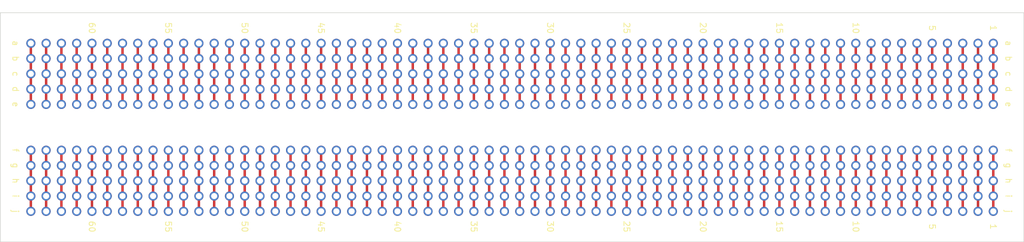
<source format=kicad_pcb>
(kicad_pcb (version 20171130) (host pcbnew 5.1.9-73d0e3b20d~88~ubuntu20.04.1)

  (general
    (thickness 1.6)
    (drawings 50)
    (tracks 128)
    (zones 0)
    (modules 4)
    (nets 1)
  )

  (page A4)
  (layers
    (0 F.Cu signal)
    (31 B.Cu signal)
    (32 B.Adhes user)
    (33 F.Adhes user)
    (34 B.Paste user)
    (35 F.Paste user)
    (36 B.SilkS user)
    (37 F.SilkS user)
    (38 B.Mask user)
    (39 F.Mask user)
    (40 Dwgs.User user)
    (41 Cmts.User user)
    (42 Eco1.User user)
    (43 Eco2.User user)
    (44 Edge.Cuts user)
    (45 Margin user)
    (46 B.CrtYd user)
    (47 F.CrtYd user)
    (48 B.Fab user)
    (49 F.Fab user)
  )

  (setup
    (last_trace_width 0.4064)
    (trace_clearance 0.2032)
    (zone_clearance 0.508)
    (zone_45_only no)
    (trace_min 0.2032)
    (via_size 0.8128)
    (via_drill 0.4064)
    (via_min_size 0.4064)
    (via_min_drill 0.3048)
    (uvia_size 0.3048)
    (uvia_drill 0.1016)
    (uvias_allowed no)
    (uvia_min_size 0.2032)
    (uvia_min_drill 0.1016)
    (edge_width 0.05)
    (segment_width 0.2)
    (pcb_text_width 0.3)
    (pcb_text_size 1.5 1.5)
    (mod_edge_width 0.12)
    (mod_text_size 1 1)
    (mod_text_width 0.15)
    (pad_size 1.524 1.524)
    (pad_drill 0.762)
    (pad_to_mask_clearance 0)
    (aux_axis_origin 0 0)
    (visible_elements FFFFFF7F)
    (pcbplotparams
      (layerselection 0x010fc_ffffffff)
      (usegerberextensions false)
      (usegerberattributes true)
      (usegerberadvancedattributes true)
      (creategerberjobfile true)
      (excludeedgelayer true)
      (linewidth 0.101600)
      (plotframeref false)
      (viasonmask false)
      (mode 1)
      (useauxorigin false)
      (hpglpennumber 1)
      (hpglpenspeed 20)
      (hpglpendiameter 15.000000)
      (psnegative false)
      (psa4output false)
      (plotreference true)
      (plotvalue true)
      (plotinvisibletext false)
      (padsonsilk false)
      (subtractmaskfromsilk false)
      (outputformat 1)
      (mirror false)
      (drillshape 0)
      (scaleselection 1)
      (outputdirectory "out/"))
  )

  (net 0 "")

  (net_class Default "This is the default net class."
    (clearance 0.2032)
    (trace_width 0.4064)
    (via_dia 0.8128)
    (via_drill 0.4064)
    (uvia_dia 0.3048)
    (uvia_drill 0.1016)
    (diff_pair_width 0.2032)
    (diff_pair_gap 0.2032)
  )

  (module ProtoPCBs:ProtoPCB_64_No_Rails (layer F.Cu) (tedit 6011DFF8) (tstamp 601333F0)
    (at 71.12 66.04)
    (fp_text reference REF** (at 0 -7.62) (layer F.SilkS) hide
      (effects (font (size 1 1) (thickness 0.15)))
    )
    (fp_text value ProtoPCB_64_No_Rails (at 3.81 -6.35) (layer F.Fab)
      (effects (font (size 1 1) (thickness 0.15)))
    )
    (pad 1 thru_hole circle (at 0 17.78) (size 1.524 1.524) (drill 1.016) (layers *.Cu *.Mask))
    (pad 1 thru_hole circle (at 157.48 20.32) (size 1.524 1.524) (drill 1.016) (layers *.Cu *.Mask))
    (pad 1 thru_hole circle (at 154.94 20.32) (size 1.524 1.524) (drill 1.016) (layers *.Cu *.Mask))
    (pad 1 thru_hole circle (at 152.4 17.78) (size 1.524 1.524) (drill 1.016) (layers *.Cu *.Mask))
    (pad 1 thru_hole circle (at 160.02 25.4) (size 1.524 1.524) (drill 1.016) (layers *.Cu *.Mask))
    (pad 1 thru_hole circle (at 154.94 27.94) (size 1.524 1.524) (drill 1.016) (layers *.Cu *.Mask))
    (pad 1 thru_hole circle (at 154.94 25.4) (size 1.524 1.524) (drill 1.016) (layers *.Cu *.Mask))
    (pad 1 thru_hole circle (at 137.16 17.78) (size 1.524 1.524) (drill 1.016) (layers *.Cu *.Mask))
    (pad 1 thru_hole circle (at 124.46 22.86) (size 1.524 1.524) (drill 1.016) (layers *.Cu *.Mask))
    (pad 1 thru_hole circle (at 88.9 22.86) (size 1.524 1.524) (drill 1.016) (layers *.Cu *.Mask))
    (pad 1 thru_hole circle (at 96.52 17.78) (size 1.524 1.524) (drill 1.016) (layers *.Cu *.Mask))
    (pad 1 thru_hole circle (at 104.14 17.78) (size 1.524 1.524) (drill 1.016) (layers *.Cu *.Mask))
    (pad 1 thru_hole circle (at 106.68 25.4) (size 1.524 1.524) (drill 1.016) (layers *.Cu *.Mask))
    (pad 1 thru_hole circle (at 106.68 22.86) (size 1.524 1.524) (drill 1.016) (layers *.Cu *.Mask))
    (pad 1 thru_hole circle (at 116.84 25.4) (size 1.524 1.524) (drill 1.016) (layers *.Cu *.Mask))
    (pad 1 thru_hole circle (at 109.22 17.78) (size 1.524 1.524) (drill 1.016) (layers *.Cu *.Mask))
    (pad 1 thru_hole circle (at 104.14 25.4) (size 1.524 1.524) (drill 1.016) (layers *.Cu *.Mask))
    (pad 1 thru_hole circle (at 88.9 25.4) (size 1.524 1.524) (drill 1.016) (layers *.Cu *.Mask))
    (pad 1 thru_hole circle (at 109.22 22.86) (size 1.524 1.524) (drill 1.016) (layers *.Cu *.Mask))
    (pad 1 thru_hole circle (at 116.84 17.78) (size 1.524 1.524) (drill 1.016) (layers *.Cu *.Mask))
    (pad 1 thru_hole circle (at 124.46 27.94) (size 1.524 1.524) (drill 1.016) (layers *.Cu *.Mask))
    (pad 1 thru_hole circle (at 121.92 22.86) (size 1.524 1.524) (drill 1.016) (layers *.Cu *.Mask))
    (pad 1 thru_hole circle (at 88.9 27.94) (size 1.524 1.524) (drill 1.016) (layers *.Cu *.Mask))
    (pad 1 thru_hole circle (at 132.08 20.32) (size 1.524 1.524) (drill 1.016) (layers *.Cu *.Mask))
    (pad 1 thru_hole circle (at 121.92 25.4) (size 1.524 1.524) (drill 1.016) (layers *.Cu *.Mask))
    (pad 1 thru_hole circle (at 139.7 20.32) (size 1.524 1.524) (drill 1.016) (layers *.Cu *.Mask))
    (pad 1 thru_hole circle (at 104.14 22.86) (size 1.524 1.524) (drill 1.016) (layers *.Cu *.Mask))
    (pad 1 thru_hole circle (at 119.38 17.78) (size 1.524 1.524) (drill 1.016) (layers *.Cu *.Mask))
    (pad 1 thru_hole circle (at 96.52 27.94) (size 1.524 1.524) (drill 1.016) (layers *.Cu *.Mask))
    (pad 1 thru_hole circle (at 127 27.94) (size 1.524 1.524) (drill 1.016) (layers *.Cu *.Mask))
    (pad 1 thru_hole circle (at 124.46 17.78) (size 1.524 1.524) (drill 1.016) (layers *.Cu *.Mask))
    (pad 1 thru_hole circle (at 93.98 17.78) (size 1.524 1.524) (drill 1.016) (layers *.Cu *.Mask))
    (pad 1 thru_hole circle (at 109.22 20.32) (size 1.524 1.524) (drill 1.016) (layers *.Cu *.Mask))
    (pad 1 thru_hole circle (at 83.82 27.94) (size 1.524 1.524) (drill 1.016) (layers *.Cu *.Mask))
    (pad 1 thru_hole circle (at 86.36 22.86) (size 1.524 1.524) (drill 1.016) (layers *.Cu *.Mask))
    (pad 1 thru_hole circle (at 147.32 25.4) (size 1.524 1.524) (drill 1.016) (layers *.Cu *.Mask))
    (pad 1 thru_hole circle (at 147.32 22.86) (size 1.524 1.524) (drill 1.016) (layers *.Cu *.Mask))
    (pad 1 thru_hole circle (at 147.32 20.32) (size 1.524 1.524) (drill 1.016) (layers *.Cu *.Mask))
    (pad 1 thru_hole circle (at 160.02 27.94) (size 1.524 1.524) (drill 1.016) (layers *.Cu *.Mask))
    (pad 1 thru_hole circle (at 149.86 20.32) (size 1.524 1.524) (drill 1.016) (layers *.Cu *.Mask))
    (pad 1 thru_hole circle (at 154.94 22.86) (size 1.524 1.524) (drill 1.016) (layers *.Cu *.Mask))
    (pad 1 thru_hole circle (at 114.3 22.86) (size 1.524 1.524) (drill 1.016) (layers *.Cu *.Mask))
    (pad 1 thru_hole circle (at 101.6 25.4) (size 1.524 1.524) (drill 1.016) (layers *.Cu *.Mask))
    (pad 1 thru_hole circle (at 119.38 20.32) (size 1.524 1.524) (drill 1.016) (layers *.Cu *.Mask))
    (pad 1 thru_hole circle (at 144.78 27.94) (size 1.524 1.524) (drill 1.016) (layers *.Cu *.Mask))
    (pad 1 thru_hole circle (at 142.24 22.86) (size 1.524 1.524) (drill 1.016) (layers *.Cu *.Mask))
    (pad 1 thru_hole circle (at 152.4 20.32) (size 1.524 1.524) (drill 1.016) (layers *.Cu *.Mask))
    (pad 1 thru_hole circle (at 142.24 25.4) (size 1.524 1.524) (drill 1.016) (layers *.Cu *.Mask))
    (pad 1 thru_hole circle (at 160.02 20.32) (size 1.524 1.524) (drill 1.016) (layers *.Cu *.Mask))
    (pad 1 thru_hole circle (at 147.32 27.94) (size 1.524 1.524) (drill 1.016) (layers *.Cu *.Mask))
    (pad 1 thru_hole circle (at 137.16 27.94) (size 1.524 1.524) (drill 1.016) (layers *.Cu *.Mask))
    (pad 1 thru_hole circle (at 106.68 20.32) (size 1.524 1.524) (drill 1.016) (layers *.Cu *.Mask))
    (pad 1 thru_hole circle (at 96.52 25.4) (size 1.524 1.524) (drill 1.016) (layers *.Cu *.Mask))
    (pad 1 thru_hole circle (at 119.38 27.94) (size 1.524 1.524) (drill 1.016) (layers *.Cu *.Mask))
    (pad 1 thru_hole circle (at 111.76 25.4) (size 1.524 1.524) (drill 1.016) (layers *.Cu *.Mask))
    (pad 1 thru_hole circle (at 111.76 27.94) (size 1.524 1.524) (drill 1.016) (layers *.Cu *.Mask))
    (pad 1 thru_hole circle (at 106.68 27.94) (size 1.524 1.524) (drill 1.016) (layers *.Cu *.Mask))
    (pad 1 thru_hole circle (at 91.44 22.86) (size 1.524 1.524) (drill 1.016) (layers *.Cu *.Mask))
    (pad 1 thru_hole circle (at 139.7 17.78) (size 1.524 1.524) (drill 1.016) (layers *.Cu *.Mask))
    (pad 1 thru_hole circle (at 124.46 20.32) (size 1.524 1.524) (drill 1.016) (layers *.Cu *.Mask))
    (pad 1 thru_hole circle (at 137.16 25.4) (size 1.524 1.524) (drill 1.016) (layers *.Cu *.Mask))
    (pad 1 thru_hole circle (at 129.54 17.78) (size 1.524 1.524) (drill 1.016) (layers *.Cu *.Mask))
    (pad 1 thru_hole circle (at 111.76 22.86) (size 1.524 1.524) (drill 1.016) (layers *.Cu *.Mask))
    (pad 1 thru_hole circle (at 93.98 27.94) (size 1.524 1.524) (drill 1.016) (layers *.Cu *.Mask))
    (pad 1 thru_hole circle (at 93.98 22.86) (size 1.524 1.524) (drill 1.016) (layers *.Cu *.Mask))
    (pad 1 thru_hole circle (at 83.82 20.32) (size 1.524 1.524) (drill 1.016) (layers *.Cu *.Mask))
    (pad 1 thru_hole circle (at 86.36 27.94) (size 1.524 1.524) (drill 1.016) (layers *.Cu *.Mask))
    (pad 1 thru_hole circle (at 99.06 27.94) (size 1.524 1.524) (drill 1.016) (layers *.Cu *.Mask))
    (pad 1 thru_hole circle (at 127 17.78) (size 1.524 1.524) (drill 1.016) (layers *.Cu *.Mask))
    (pad 1 thru_hole circle (at 121.92 17.78) (size 1.524 1.524) (drill 1.016) (layers *.Cu *.Mask))
    (pad 1 thru_hole circle (at 86.36 20.32) (size 1.524 1.524) (drill 1.016) (layers *.Cu *.Mask))
    (pad 1 thru_hole circle (at 0 27.94) (size 1.524 1.524) (drill 1.016) (layers *.Cu *.Mask))
    (pad 1 thru_hole circle (at 10.16 20.32) (size 1.524 1.524) (drill 1.016) (layers *.Cu *.Mask))
    (pad 1 thru_hole circle (at 63.5 17.78) (size 1.524 1.524) (drill 1.016) (layers *.Cu *.Mask))
    (pad 1 thru_hole circle (at 71.12 25.4) (size 1.524 1.524) (drill 1.016) (layers *.Cu *.Mask))
    (pad 1 thru_hole circle (at 71.12 27.94) (size 1.524 1.524) (drill 1.016) (layers *.Cu *.Mask))
    (pad 1 thru_hole circle (at 68.58 25.4) (size 1.524 1.524) (drill 1.016) (layers *.Cu *.Mask))
    (pad 1 thru_hole circle (at 68.58 27.94) (size 1.524 1.524) (drill 1.016) (layers *.Cu *.Mask))
    (pad 1 thru_hole circle (at 35.56 27.94) (size 1.524 1.524) (drill 1.016) (layers *.Cu *.Mask))
    (pad 1 thru_hole circle (at 35.56 22.86) (size 1.524 1.524) (drill 1.016) (layers *.Cu *.Mask))
    (pad 1 thru_hole circle (at 33.02 17.78) (size 1.524 1.524) (drill 1.016) (layers *.Cu *.Mask))
    (pad 1 thru_hole circle (at 22.86 27.94) (size 1.524 1.524) (drill 1.016) (layers *.Cu *.Mask))
    (pad 1 thru_hole circle (at 81.28 17.78) (size 1.524 1.524) (drill 1.016) (layers *.Cu *.Mask))
    (pad 1 thru_hole circle (at 81.28 27.94) (size 1.524 1.524) (drill 1.016) (layers *.Cu *.Mask))
    (pad 1 thru_hole circle (at 91.44 20.32) (size 1.524 1.524) (drill 1.016) (layers *.Cu *.Mask))
    (pad 1 thru_hole circle (at 144.78 17.78) (size 1.524 1.524) (drill 1.016) (layers *.Cu *.Mask))
    (pad 1 thru_hole circle (at 152.4 25.4) (size 1.524 1.524) (drill 1.016) (layers *.Cu *.Mask))
    (pad 1 thru_hole circle (at 152.4 27.94) (size 1.524 1.524) (drill 1.016) (layers *.Cu *.Mask))
    (pad 1 thru_hole circle (at 149.86 25.4) (size 1.524 1.524) (drill 1.016) (layers *.Cu *.Mask))
    (pad 1 thru_hole circle (at 149.86 27.94) (size 1.524 1.524) (drill 1.016) (layers *.Cu *.Mask))
    (pad 1 thru_hole circle (at 116.84 27.94) (size 1.524 1.524) (drill 1.016) (layers *.Cu *.Mask))
    (pad 1 thru_hole circle (at 116.84 22.86) (size 1.524 1.524) (drill 1.016) (layers *.Cu *.Mask))
    (pad 1 thru_hole circle (at 114.3 17.78) (size 1.524 1.524) (drill 1.016) (layers *.Cu *.Mask))
    (pad 1 thru_hole circle (at 104.14 27.94) (size 1.524 1.524) (drill 1.016) (layers *.Cu *.Mask))
    (pad 1 thru_hole circle (at 124.46 25.4) (size 1.524 1.524) (drill 1.016) (layers *.Cu *.Mask))
    (pad 1 thru_hole circle (at 129.54 22.86) (size 1.524 1.524) (drill 1.016) (layers *.Cu *.Mask))
    (pad 1 thru_hole circle (at 144.78 25.4) (size 1.524 1.524) (drill 1.016) (layers *.Cu *.Mask))
    (pad 1 thru_hole circle (at 149.86 22.86) (size 1.524 1.524) (drill 1.016) (layers *.Cu *.Mask))
    (pad 1 thru_hole circle (at 152.4 22.86) (size 1.524 1.524) (drill 1.016) (layers *.Cu *.Mask))
    (pad 1 thru_hole circle (at 132.08 22.86) (size 1.524 1.524) (drill 1.016) (layers *.Cu *.Mask))
    (pad 1 thru_hole circle (at 93.98 20.32) (size 1.524 1.524) (drill 1.016) (layers *.Cu *.Mask))
    (pad 1 thru_hole circle (at 101.6 22.86) (size 1.524 1.524) (drill 1.016) (layers *.Cu *.Mask))
    (pad 1 thru_hole circle (at 139.7 22.86) (size 1.524 1.524) (drill 1.016) (layers *.Cu *.Mask))
    (pad 1 thru_hole circle (at 111.76 17.78) (size 1.524 1.524) (drill 1.016) (layers *.Cu *.Mask))
    (pad 1 thru_hole circle (at 119.38 25.4) (size 1.524 1.524) (drill 1.016) (layers *.Cu *.Mask))
    (pad 1 thru_hole circle (at 81.28 20.32) (size 1.524 1.524) (drill 1.016) (layers *.Cu *.Mask))
    (pad 1 thru_hole circle (at 101.6 20.32) (size 1.524 1.524) (drill 1.016) (layers *.Cu *.Mask))
    (pad 1 thru_hole circle (at 101.6 27.94) (size 1.524 1.524) (drill 1.016) (layers *.Cu *.Mask))
    (pad 1 thru_hole circle (at 121.92 20.32) (size 1.524 1.524) (drill 1.016) (layers *.Cu *.Mask))
    (pad 1 thru_hole circle (at 43.18 25.4) (size 1.524 1.524) (drill 1.016) (layers *.Cu *.Mask))
    (pad 1 thru_hole circle (at 48.26 22.86) (size 1.524 1.524) (drill 1.016) (layers *.Cu *.Mask))
    (pad 1 thru_hole circle (at 99.06 22.86) (size 1.524 1.524) (drill 1.016) (layers *.Cu *.Mask))
    (pad 1 thru_hole circle (at 106.68 17.78) (size 1.524 1.524) (drill 1.016) (layers *.Cu *.Mask))
    (pad 1 thru_hole circle (at 63.5 25.4) (size 1.524 1.524) (drill 1.016) (layers *.Cu *.Mask))
    (pad 1 thru_hole circle (at 68.58 22.86) (size 1.524 1.524) (drill 1.016) (layers *.Cu *.Mask))
    (pad 1 thru_hole circle (at 71.12 22.86) (size 1.524 1.524) (drill 1.016) (layers *.Cu *.Mask))
    (pad 1 thru_hole circle (at 81.28 22.86) (size 1.524 1.524) (drill 1.016) (layers *.Cu *.Mask))
    (pad 1 thru_hole circle (at 50.8 22.86) (size 1.524 1.524) (drill 1.016) (layers *.Cu *.Mask))
    (pad 1 thru_hole circle (at 12.7 20.32) (size 1.524 1.524) (drill 1.016) (layers *.Cu *.Mask))
    (pad 1 thru_hole circle (at 20.32 22.86) (size 1.524 1.524) (drill 1.016) (layers *.Cu *.Mask))
    (pad 1 thru_hole circle (at 58.42 22.86) (size 1.524 1.524) (drill 1.016) (layers *.Cu *.Mask))
    (pad 1 thru_hole circle (at 30.48 17.78) (size 1.524 1.524) (drill 1.016) (layers *.Cu *.Mask))
    (pad 1 thru_hole circle (at 38.1 25.4) (size 1.524 1.524) (drill 1.016) (layers *.Cu *.Mask))
    (pad 1 thru_hole circle (at 0 20.32) (size 1.524 1.524) (drill 1.016) (layers *.Cu *.Mask))
    (pad 1 thru_hole circle (at 20.32 20.32) (size 1.524 1.524) (drill 1.016) (layers *.Cu *.Mask))
    (pad 1 thru_hole circle (at 83.82 17.78) (size 1.524 1.524) (drill 1.016) (layers *.Cu *.Mask))
    (pad 1 thru_hole circle (at 20.32 27.94) (size 1.524 1.524) (drill 1.016) (layers *.Cu *.Mask))
    (pad 1 thru_hole circle (at 134.62 17.78) (size 1.524 1.524) (drill 1.016) (layers *.Cu *.Mask))
    (pad 1 thru_hole circle (at 91.44 27.94) (size 1.524 1.524) (drill 1.016) (layers *.Cu *.Mask))
    (pad 1 thru_hole circle (at 40.64 20.32) (size 1.524 1.524) (drill 1.016) (layers *.Cu *.Mask))
    (pad 1 thru_hole circle (at 40.64 27.94) (size 1.524 1.524) (drill 1.016) (layers *.Cu *.Mask))
    (pad 1 thru_hole circle (at 27.94 25.4) (size 1.524 1.524) (drill 1.016) (layers *.Cu *.Mask))
    (pad 1 thru_hole circle (at 27.94 27.94) (size 1.524 1.524) (drill 1.016) (layers *.Cu *.Mask))
    (pad 1 thru_hole circle (at 12.7 17.78) (size 1.524 1.524) (drill 1.016) (layers *.Cu *.Mask))
    (pad 1 thru_hole circle (at 27.94 20.32) (size 1.524 1.524) (drill 1.016) (layers *.Cu *.Mask))
    (pad 1 thru_hole circle (at 2.54 27.94) (size 1.524 1.524) (drill 1.016) (layers *.Cu *.Mask))
    (pad 1 thru_hole circle (at 5.08 22.86) (size 1.524 1.524) (drill 1.016) (layers *.Cu *.Mask))
    (pad 1 thru_hole circle (at 96.52 22.86) (size 1.524 1.524) (drill 1.016) (layers *.Cu *.Mask))
    (pad 1 thru_hole circle (at 160.02 22.86) (size 1.524 1.524) (drill 1.016) (layers *.Cu *.Mask))
    (pad 1 thru_hole circle (at 142.24 20.32) (size 1.524 1.524) (drill 1.016) (layers *.Cu *.Mask))
    (pad 1 thru_hole circle (at 142.24 27.94) (size 1.524 1.524) (drill 1.016) (layers *.Cu *.Mask))
    (pad 1 thru_hole circle (at 157.48 27.94) (size 1.524 1.524) (drill 1.016) (layers *.Cu *.Mask))
    (pad 1 thru_hole circle (at 157.48 17.78) (size 1.524 1.524) (drill 1.016) (layers *.Cu *.Mask))
    (pad 1 thru_hole circle (at 144.78 22.86) (size 1.524 1.524) (drill 1.016) (layers *.Cu *.Mask))
    (pad 1 thru_hole circle (at 91.44 17.78) (size 1.524 1.524) (drill 1.016) (layers *.Cu *.Mask))
    (pad 1 thru_hole circle (at 121.92 27.94) (size 1.524 1.524) (drill 1.016) (layers *.Cu *.Mask))
    (pad 1 thru_hole circle (at 109.22 25.4) (size 1.524 1.524) (drill 1.016) (layers *.Cu *.Mask))
    (pad 1 thru_hole circle (at 109.22 27.94) (size 1.524 1.524) (drill 1.016) (layers *.Cu *.Mask))
    (pad 1 thru_hole circle (at 99.06 25.4) (size 1.524 1.524) (drill 1.016) (layers *.Cu *.Mask))
    (pad 1 thru_hole circle (at 160.02 17.78) (size 1.524 1.524) (drill 1.016) (layers *.Cu *.Mask))
    (pad 1 thru_hole circle (at 144.78 20.32) (size 1.524 1.524) (drill 1.016) (layers *.Cu *.Mask))
    (pad 1 thru_hole circle (at 157.48 25.4) (size 1.524 1.524) (drill 1.016) (layers *.Cu *.Mask))
    (pad 1 thru_hole circle (at 149.86 17.78) (size 1.524 1.524) (drill 1.016) (layers *.Cu *.Mask))
    (pad 1 thru_hole circle (at 147.32 17.78) (size 1.524 1.524) (drill 1.016) (layers *.Cu *.Mask))
    (pad 1 thru_hole circle (at 88.9 17.78) (size 1.524 1.524) (drill 1.016) (layers *.Cu *.Mask))
    (pad 1 thru_hole circle (at 104.14 20.32) (size 1.524 1.524) (drill 1.016) (layers *.Cu *.Mask))
    (pad 1 thru_hole circle (at 83.82 25.4) (size 1.524 1.524) (drill 1.016) (layers *.Cu *.Mask))
    (pad 1 thru_hole circle (at 93.98 25.4) (size 1.524 1.524) (drill 1.016) (layers *.Cu *.Mask))
    (pad 1 thru_hole circle (at 132.08 25.4) (size 1.524 1.524) (drill 1.016) (layers *.Cu *.Mask))
    (pad 1 thru_hole circle (at 132.08 27.94) (size 1.524 1.524) (drill 1.016) (layers *.Cu *.Mask))
    (pad 1 thru_hole circle (at 129.54 25.4) (size 1.524 1.524) (drill 1.016) (layers *.Cu *.Mask))
    (pad 1 thru_hole circle (at 129.54 27.94) (size 1.524 1.524) (drill 1.016) (layers *.Cu *.Mask))
    (pad 1 thru_hole circle (at 137.16 20.32) (size 1.524 1.524) (drill 1.016) (layers *.Cu *.Mask))
    (pad 1 thru_hole circle (at 154.94 17.78) (size 1.524 1.524) (drill 1.016) (layers *.Cu *.Mask))
    (pad 1 thru_hole circle (at 91.44 25.4) (size 1.524 1.524) (drill 1.016) (layers *.Cu *.Mask))
    (pad 1 thru_hole circle (at 137.16 22.86) (size 1.524 1.524) (drill 1.016) (layers *.Cu *.Mask))
    (pad 1 thru_hole circle (at 114.3 25.4) (size 1.524 1.524) (drill 1.016) (layers *.Cu *.Mask))
    (pad 1 thru_hole circle (at 111.76 20.32) (size 1.524 1.524) (drill 1.016) (layers *.Cu *.Mask))
    (pad 1 thru_hole circle (at 114.3 20.32) (size 1.524 1.524) (drill 1.016) (layers *.Cu *.Mask))
    (pad 1 thru_hole circle (at 134.62 20.32) (size 1.524 1.524) (drill 1.016) (layers *.Cu *.Mask))
    (pad 1 thru_hole circle (at 132.08 17.78) (size 1.524 1.524) (drill 1.016) (layers *.Cu *.Mask))
    (pad 1 thru_hole circle (at 139.7 25.4) (size 1.524 1.524) (drill 1.016) (layers *.Cu *.Mask))
    (pad 1 thru_hole circle (at 134.62 27.94) (size 1.524 1.524) (drill 1.016) (layers *.Cu *.Mask))
    (pad 1 thru_hole circle (at 134.62 25.4) (size 1.524 1.524) (drill 1.016) (layers *.Cu *.Mask))
    (pad 1 thru_hole circle (at 101.6 17.78) (size 1.524 1.524) (drill 1.016) (layers *.Cu *.Mask))
    (pad 1 thru_hole circle (at 116.84 20.32) (size 1.524 1.524) (drill 1.016) (layers *.Cu *.Mask))
    (pad 1 thru_hole circle (at 114.3 27.94) (size 1.524 1.524) (drill 1.016) (layers *.Cu *.Mask))
    (pad 1 thru_hole circle (at 86.36 17.78) (size 1.524 1.524) (drill 1.016) (layers *.Cu *.Mask))
    (pad 1 thru_hole circle (at 127 25.4) (size 1.524 1.524) (drill 1.016) (layers *.Cu *.Mask))
    (pad 1 thru_hole circle (at 127 22.86) (size 1.524 1.524) (drill 1.016) (layers *.Cu *.Mask))
    (pad 1 thru_hole circle (at 127 20.32) (size 1.524 1.524) (drill 1.016) (layers *.Cu *.Mask))
    (pad 1 thru_hole circle (at 139.7 27.94) (size 1.524 1.524) (drill 1.016) (layers *.Cu *.Mask))
    (pad 1 thru_hole circle (at 83.82 22.86) (size 1.524 1.524) (drill 1.016) (layers *.Cu *.Mask))
    (pad 1 thru_hole circle (at 99.06 17.78) (size 1.524 1.524) (drill 1.016) (layers *.Cu *.Mask))
    (pad 1 thru_hole circle (at 81.28 25.4) (size 1.524 1.524) (drill 1.016) (layers *.Cu *.Mask))
    (pad 1 thru_hole circle (at 99.06 20.32) (size 1.524 1.524) (drill 1.016) (layers *.Cu *.Mask))
    (pad 1 thru_hole circle (at 129.54 20.32) (size 1.524 1.524) (drill 1.016) (layers *.Cu *.Mask))
    (pad 1 thru_hole circle (at 134.62 22.86) (size 1.524 1.524) (drill 1.016) (layers *.Cu *.Mask))
    (pad 1 thru_hole circle (at 119.38 22.86) (size 1.524 1.524) (drill 1.016) (layers *.Cu *.Mask))
    (pad 1 thru_hole circle (at 96.52 20.32) (size 1.524 1.524) (drill 1.016) (layers *.Cu *.Mask))
    (pad 1 thru_hole circle (at 142.24 17.78) (size 1.524 1.524) (drill 1.016) (layers *.Cu *.Mask))
    (pad 1 thru_hole circle (at 157.48 22.86) (size 1.524 1.524) (drill 1.016) (layers *.Cu *.Mask))
    (pad 1 thru_hole circle (at 66.04 25.4) (size 1.524 1.524) (drill 1.016) (layers *.Cu *.Mask))
    (pad 1 thru_hole circle (at 66.04 22.86) (size 1.524 1.524) (drill 1.016) (layers *.Cu *.Mask))
    (pad 1 thru_hole circle (at 66.04 20.32) (size 1.524 1.524) (drill 1.016) (layers *.Cu *.Mask))
    (pad 1 thru_hole circle (at 78.74 27.94) (size 1.524 1.524) (drill 1.016) (layers *.Cu *.Mask))
    (pad 1 thru_hole circle (at 68.58 20.32) (size 1.524 1.524) (drill 1.016) (layers *.Cu *.Mask))
    (pad 1 thru_hole circle (at 73.66 22.86) (size 1.524 1.524) (drill 1.016) (layers *.Cu *.Mask))
    (pad 1 thru_hole circle (at 33.02 22.86) (size 1.524 1.524) (drill 1.016) (layers *.Cu *.Mask))
    (pad 1 thru_hole circle (at 20.32 25.4) (size 1.524 1.524) (drill 1.016) (layers *.Cu *.Mask))
    (pad 1 thru_hole circle (at 38.1 20.32) (size 1.524 1.524) (drill 1.016) (layers *.Cu *.Mask))
    (pad 1 thru_hole circle (at 63.5 27.94) (size 1.524 1.524) (drill 1.016) (layers *.Cu *.Mask))
    (pad 1 thru_hole circle (at 60.96 22.86) (size 1.524 1.524) (drill 1.016) (layers *.Cu *.Mask))
    (pad 1 thru_hole circle (at 71.12 20.32) (size 1.524 1.524) (drill 1.016) (layers *.Cu *.Mask))
    (pad 1 thru_hole circle (at 60.96 25.4) (size 1.524 1.524) (drill 1.016) (layers *.Cu *.Mask))
    (pad 1 thru_hole circle (at 78.74 20.32) (size 1.524 1.524) (drill 1.016) (layers *.Cu *.Mask))
    (pad 1 thru_hole circle (at 66.04 27.94) (size 1.524 1.524) (drill 1.016) (layers *.Cu *.Mask))
    (pad 1 thru_hole circle (at 55.88 27.94) (size 1.524 1.524) (drill 1.016) (layers *.Cu *.Mask))
    (pad 1 thru_hole circle (at 25.4 20.32) (size 1.524 1.524) (drill 1.016) (layers *.Cu *.Mask))
    (pad 1 thru_hole circle (at 15.24 25.4) (size 1.524 1.524) (drill 1.016) (layers *.Cu *.Mask))
    (pad 1 thru_hole circle (at 38.1 27.94) (size 1.524 1.524) (drill 1.016) (layers *.Cu *.Mask))
    (pad 1 thru_hole circle (at 30.48 25.4) (size 1.524 1.524) (drill 1.016) (layers *.Cu *.Mask))
    (pad 1 thru_hole circle (at 30.48 27.94) (size 1.524 1.524) (drill 1.016) (layers *.Cu *.Mask))
    (pad 1 thru_hole circle (at 25.4 27.94) (size 1.524 1.524) (drill 1.016) (layers *.Cu *.Mask))
    (pad 1 thru_hole circle (at 10.16 22.86) (size 1.524 1.524) (drill 1.016) (layers *.Cu *.Mask))
    (pad 1 thru_hole circle (at 76.2 20.32) (size 1.524 1.524) (drill 1.016) (layers *.Cu *.Mask))
    (pad 1 thru_hole circle (at 73.66 20.32) (size 1.524 1.524) (drill 1.016) (layers *.Cu *.Mask))
    (pad 1 thru_hole circle (at 71.12 17.78) (size 1.524 1.524) (drill 1.016) (layers *.Cu *.Mask))
    (pad 1 thru_hole circle (at 78.74 25.4) (size 1.524 1.524) (drill 1.016) (layers *.Cu *.Mask))
    (pad 1 thru_hole circle (at 73.66 27.94) (size 1.524 1.524) (drill 1.016) (layers *.Cu *.Mask))
    (pad 1 thru_hole circle (at 73.66 25.4) (size 1.524 1.524) (drill 1.016) (layers *.Cu *.Mask))
    (pad 1 thru_hole circle (at 55.88 17.78) (size 1.524 1.524) (drill 1.016) (layers *.Cu *.Mask))
    (pad 1 thru_hole circle (at 43.18 22.86) (size 1.524 1.524) (drill 1.016) (layers *.Cu *.Mask))
    (pad 1 thru_hole circle (at 7.62 22.86) (size 1.524 1.524) (drill 1.016) (layers *.Cu *.Mask))
    (pad 1 thru_hole circle (at 15.24 17.78) (size 1.524 1.524) (drill 1.016) (layers *.Cu *.Mask))
    (pad 1 thru_hole circle (at 22.86 17.78) (size 1.524 1.524) (drill 1.016) (layers *.Cu *.Mask))
    (pad 1 thru_hole circle (at 25.4 25.4) (size 1.524 1.524) (drill 1.016) (layers *.Cu *.Mask))
    (pad 1 thru_hole circle (at 25.4 22.86) (size 1.524 1.524) (drill 1.016) (layers *.Cu *.Mask))
    (pad 1 thru_hole circle (at 35.56 25.4) (size 1.524 1.524) (drill 1.016) (layers *.Cu *.Mask))
    (pad 1 thru_hole circle (at 27.94 17.78) (size 1.524 1.524) (drill 1.016) (layers *.Cu *.Mask))
    (pad 1 thru_hole circle (at 22.86 25.4) (size 1.524 1.524) (drill 1.016) (layers *.Cu *.Mask))
    (pad 1 thru_hole circle (at 7.62 25.4) (size 1.524 1.524) (drill 1.016) (layers *.Cu *.Mask))
    (pad 1 thru_hole circle (at 27.94 22.86) (size 1.524 1.524) (drill 1.016) (layers *.Cu *.Mask))
    (pad 1 thru_hole circle (at 35.56 17.78) (size 1.524 1.524) (drill 1.016) (layers *.Cu *.Mask))
    (pad 1 thru_hole circle (at 43.18 27.94) (size 1.524 1.524) (drill 1.016) (layers *.Cu *.Mask))
    (pad 1 thru_hole circle (at 40.64 22.86) (size 1.524 1.524) (drill 1.016) (layers *.Cu *.Mask))
    (pad 1 thru_hole circle (at 7.62 27.94) (size 1.524 1.524) (drill 1.016) (layers *.Cu *.Mask))
    (pad 1 thru_hole circle (at 50.8 20.32) (size 1.524 1.524) (drill 1.016) (layers *.Cu *.Mask))
    (pad 1 thru_hole circle (at 40.64 25.4) (size 1.524 1.524) (drill 1.016) (layers *.Cu *.Mask))
    (pad 1 thru_hole circle (at 58.42 20.32) (size 1.524 1.524) (drill 1.016) (layers *.Cu *.Mask))
    (pad 1 thru_hole circle (at 22.86 22.86) (size 1.524 1.524) (drill 1.016) (layers *.Cu *.Mask))
    (pad 1 thru_hole circle (at 38.1 17.78) (size 1.524 1.524) (drill 1.016) (layers *.Cu *.Mask))
    (pad 1 thru_hole circle (at 15.24 27.94) (size 1.524 1.524) (drill 1.016) (layers *.Cu *.Mask))
    (pad 1 thru_hole circle (at 86.36 25.4) (size 1.524 1.524) (drill 1.016) (layers *.Cu *.Mask))
    (pad 1 thru_hole circle (at 15.24 22.86) (size 1.524 1.524) (drill 1.016) (layers *.Cu *.Mask))
    (pad 1 thru_hole circle (at 78.74 22.86) (size 1.524 1.524) (drill 1.016) (layers *.Cu *.Mask))
    (pad 1 thru_hole circle (at 60.96 20.32) (size 1.524 1.524) (drill 1.016) (layers *.Cu *.Mask))
    (pad 1 thru_hole circle (at 60.96 27.94) (size 1.524 1.524) (drill 1.016) (layers *.Cu *.Mask))
    (pad 1 thru_hole circle (at 76.2 27.94) (size 1.524 1.524) (drill 1.016) (layers *.Cu *.Mask))
    (pad 1 thru_hole circle (at 76.2 17.78) (size 1.524 1.524) (drill 1.016) (layers *.Cu *.Mask))
    (pad 1 thru_hole circle (at 63.5 22.86) (size 1.524 1.524) (drill 1.016) (layers *.Cu *.Mask))
    (pad 1 thru_hole circle (at 10.16 17.78) (size 1.524 1.524) (drill 1.016) (layers *.Cu *.Mask))
    (pad 1 thru_hole circle (at 45.72 27.94) (size 1.524 1.524) (drill 1.016) (layers *.Cu *.Mask))
    (pad 1 thru_hole circle (at 43.18 17.78) (size 1.524 1.524) (drill 1.016) (layers *.Cu *.Mask))
    (pad 1 thru_hole circle (at 17.78 25.4) (size 1.524 1.524) (drill 1.016) (layers *.Cu *.Mask))
    (pad 1 thru_hole circle (at 78.74 17.78) (size 1.524 1.524) (drill 1.016) (layers *.Cu *.Mask))
    (pad 1 thru_hole circle (at 63.5 20.32) (size 1.524 1.524) (drill 1.016) (layers *.Cu *.Mask))
    (pad 1 thru_hole circle (at 76.2 25.4) (size 1.524 1.524) (drill 1.016) (layers *.Cu *.Mask))
    (pad 1 thru_hole circle (at 68.58 17.78) (size 1.524 1.524) (drill 1.016) (layers *.Cu *.Mask))
    (pad 1 thru_hole circle (at 66.04 17.78) (size 1.524 1.524) (drill 1.016) (layers *.Cu *.Mask))
    (pad 1 thru_hole circle (at 7.62 17.78) (size 1.524 1.524) (drill 1.016) (layers *.Cu *.Mask))
    (pad 1 thru_hole circle (at 22.86 20.32) (size 1.524 1.524) (drill 1.016) (layers *.Cu *.Mask))
    (pad 1 thru_hole circle (at 2.54 25.4) (size 1.524 1.524) (drill 1.016) (layers *.Cu *.Mask))
    (pad 1 thru_hole circle (at 12.7 25.4) (size 1.524 1.524) (drill 1.016) (layers *.Cu *.Mask))
    (pad 1 thru_hole circle (at 50.8 25.4) (size 1.524 1.524) (drill 1.016) (layers *.Cu *.Mask))
    (pad 1 thru_hole circle (at 50.8 27.94) (size 1.524 1.524) (drill 1.016) (layers *.Cu *.Mask))
    (pad 1 thru_hole circle (at 48.26 25.4) (size 1.524 1.524) (drill 1.016) (layers *.Cu *.Mask))
    (pad 1 thru_hole circle (at 48.26 27.94) (size 1.524 1.524) (drill 1.016) (layers *.Cu *.Mask))
    (pad 1 thru_hole circle (at 55.88 20.32) (size 1.524 1.524) (drill 1.016) (layers *.Cu *.Mask))
    (pad 1 thru_hole circle (at 73.66 17.78) (size 1.524 1.524) (drill 1.016) (layers *.Cu *.Mask))
    (pad 1 thru_hole circle (at 30.48 20.32) (size 1.524 1.524) (drill 1.016) (layers *.Cu *.Mask))
    (pad 1 thru_hole circle (at 33.02 20.32) (size 1.524 1.524) (drill 1.016) (layers *.Cu *.Mask))
    (pad 1 thru_hole circle (at 53.34 20.32) (size 1.524 1.524) (drill 1.016) (layers *.Cu *.Mask))
    (pad 1 thru_hole circle (at 50.8 17.78) (size 1.524 1.524) (drill 1.016) (layers *.Cu *.Mask))
    (pad 1 thru_hole circle (at 58.42 25.4) (size 1.524 1.524) (drill 1.016) (layers *.Cu *.Mask))
    (pad 1 thru_hole circle (at 53.34 27.94) (size 1.524 1.524) (drill 1.016) (layers *.Cu *.Mask))
    (pad 1 thru_hole circle (at 53.34 25.4) (size 1.524 1.524) (drill 1.016) (layers *.Cu *.Mask))
    (pad 1 thru_hole circle (at 20.32 17.78) (size 1.524 1.524) (drill 1.016) (layers *.Cu *.Mask))
    (pad 1 thru_hole circle (at 35.56 20.32) (size 1.524 1.524) (drill 1.016) (layers *.Cu *.Mask))
    (pad 1 thru_hole circle (at 33.02 27.94) (size 1.524 1.524) (drill 1.016) (layers *.Cu *.Mask))
    (pad 1 thru_hole circle (at 5.08 17.78) (size 1.524 1.524) (drill 1.016) (layers *.Cu *.Mask))
    (pad 1 thru_hole circle (at 45.72 25.4) (size 1.524 1.524) (drill 1.016) (layers *.Cu *.Mask))
    (pad 1 thru_hole circle (at 45.72 22.86) (size 1.524 1.524) (drill 1.016) (layers *.Cu *.Mask))
    (pad 1 thru_hole circle (at 45.72 20.32) (size 1.524 1.524) (drill 1.016) (layers *.Cu *.Mask))
    (pad 1 thru_hole circle (at 58.42 27.94) (size 1.524 1.524) (drill 1.016) (layers *.Cu *.Mask))
    (pad 1 thru_hole circle (at 2.54 22.86) (size 1.524 1.524) (drill 1.016) (layers *.Cu *.Mask))
    (pad 1 thru_hole circle (at 17.78 17.78) (size 1.524 1.524) (drill 1.016) (layers *.Cu *.Mask))
    (pad 1 thru_hole circle (at 0 25.4) (size 1.524 1.524) (drill 1.016) (layers *.Cu *.Mask))
    (pad 1 thru_hole circle (at 17.78 20.32) (size 1.524 1.524) (drill 1.016) (layers *.Cu *.Mask))
    (pad 1 thru_hole circle (at 48.26 20.32) (size 1.524 1.524) (drill 1.016) (layers *.Cu *.Mask))
    (pad 1 thru_hole circle (at 53.34 22.86) (size 1.524 1.524) (drill 1.016) (layers *.Cu *.Mask))
    (pad 1 thru_hole circle (at 38.1 22.86) (size 1.524 1.524) (drill 1.016) (layers *.Cu *.Mask))
    (pad 1 thru_hole circle (at 15.24 20.32) (size 1.524 1.524) (drill 1.016) (layers *.Cu *.Mask))
    (pad 1 thru_hole circle (at 60.96 17.78) (size 1.524 1.524) (drill 1.016) (layers *.Cu *.Mask))
    (pad 1 thru_hole circle (at 76.2 22.86) (size 1.524 1.524) (drill 1.016) (layers *.Cu *.Mask))
    (pad 1 thru_hole circle (at 58.42 17.78) (size 1.524 1.524) (drill 1.016) (layers *.Cu *.Mask))
    (pad 1 thru_hole circle (at 43.18 20.32) (size 1.524 1.524) (drill 1.016) (layers *.Cu *.Mask))
    (pad 1 thru_hole circle (at 55.88 25.4) (size 1.524 1.524) (drill 1.016) (layers *.Cu *.Mask))
    (pad 1 thru_hole circle (at 48.26 17.78) (size 1.524 1.524) (drill 1.016) (layers *.Cu *.Mask))
    (pad 1 thru_hole circle (at 30.48 22.86) (size 1.524 1.524) (drill 1.016) (layers *.Cu *.Mask))
    (pad 1 thru_hole circle (at 12.7 27.94) (size 1.524 1.524) (drill 1.016) (layers *.Cu *.Mask))
    (pad 1 thru_hole circle (at 12.7 22.86) (size 1.524 1.524) (drill 1.016) (layers *.Cu *.Mask))
    (pad 1 thru_hole circle (at 2.54 20.32) (size 1.524 1.524) (drill 1.016) (layers *.Cu *.Mask))
    (pad 1 thru_hole circle (at 5.08 27.94) (size 1.524 1.524) (drill 1.016) (layers *.Cu *.Mask))
    (pad 1 thru_hole circle (at 17.78 27.94) (size 1.524 1.524) (drill 1.016) (layers *.Cu *.Mask))
    (pad 1 thru_hole circle (at 45.72 17.78) (size 1.524 1.524) (drill 1.016) (layers *.Cu *.Mask))
    (pad 1 thru_hole circle (at 40.64 17.78) (size 1.524 1.524) (drill 1.016) (layers *.Cu *.Mask))
    (pad 1 thru_hole circle (at 55.88 22.86) (size 1.524 1.524) (drill 1.016) (layers *.Cu *.Mask))
    (pad 1 thru_hole circle (at 53.34 17.78) (size 1.524 1.524) (drill 1.016) (layers *.Cu *.Mask))
    (pad 1 thru_hole circle (at 88.9 20.32) (size 1.524 1.524) (drill 1.016) (layers *.Cu *.Mask))
    (pad 1 thru_hole circle (at 17.78 22.86) (size 1.524 1.524) (drill 1.016) (layers *.Cu *.Mask))
    (pad 1 thru_hole circle (at 33.02 25.4) (size 1.524 1.524) (drill 1.016) (layers *.Cu *.Mask))
    (pad 1 thru_hole circle (at 25.4 17.78) (size 1.524 1.524) (drill 1.016) (layers *.Cu *.Mask))
    (pad 1 thru_hole circle (at 10.16 27.94) (size 1.524 1.524) (drill 1.016) (layers *.Cu *.Mask))
    (pad 1 thru_hole circle (at 0 22.86) (size 1.524 1.524) (drill 1.016) (layers *.Cu *.Mask))
    (pad 1 thru_hole circle (at 5.08 20.32) (size 1.524 1.524) (drill 1.016) (layers *.Cu *.Mask))
    (pad 1 thru_hole circle (at 7.62 20.32) (size 1.524 1.524) (drill 1.016) (layers *.Cu *.Mask))
    (pad 1 thru_hole circle (at 2.54 17.78) (size 1.524 1.524) (drill 1.016) (layers *.Cu *.Mask))
    (pad 1 thru_hole circle (at 5.08 25.4) (size 1.524 1.524) (drill 1.016) (layers *.Cu *.Mask))
    (pad 1 thru_hole circle (at 10.16 25.4) (size 1.524 1.524) (drill 1.016) (layers *.Cu *.Mask))
    (pad 1 thru_hole circle (at 81.28 0) (size 1.524 1.524) (drill 1.016) (layers *.Cu *.Mask))
    (pad 1 thru_hole circle (at 81.28 10.16) (size 1.524 1.524) (drill 1.016) (layers *.Cu *.Mask))
    (pad 1 thru_hole circle (at 91.44 2.54) (size 1.524 1.524) (drill 1.016) (layers *.Cu *.Mask))
    (pad 1 thru_hole circle (at 144.78 0) (size 1.524 1.524) (drill 1.016) (layers *.Cu *.Mask))
    (pad 1 thru_hole circle (at 152.4 7.62) (size 1.524 1.524) (drill 1.016) (layers *.Cu *.Mask))
    (pad 1 thru_hole circle (at 152.4 10.16) (size 1.524 1.524) (drill 1.016) (layers *.Cu *.Mask))
    (pad 1 thru_hole circle (at 149.86 7.62) (size 1.524 1.524) (drill 1.016) (layers *.Cu *.Mask))
    (pad 1 thru_hole circle (at 149.86 10.16) (size 1.524 1.524) (drill 1.016) (layers *.Cu *.Mask))
    (pad 1 thru_hole circle (at 116.84 10.16) (size 1.524 1.524) (drill 1.016) (layers *.Cu *.Mask))
    (pad 1 thru_hole circle (at 116.84 5.08) (size 1.524 1.524) (drill 1.016) (layers *.Cu *.Mask))
    (pad 1 thru_hole circle (at 114.3 0) (size 1.524 1.524) (drill 1.016) (layers *.Cu *.Mask))
    (pad 1 thru_hole circle (at 104.14 10.16) (size 1.524 1.524) (drill 1.016) (layers *.Cu *.Mask))
    (pad 1 thru_hole circle (at 124.46 7.62) (size 1.524 1.524) (drill 1.016) (layers *.Cu *.Mask))
    (pad 1 thru_hole circle (at 129.54 5.08) (size 1.524 1.524) (drill 1.016) (layers *.Cu *.Mask))
    (pad 1 thru_hole circle (at 144.78 7.62) (size 1.524 1.524) (drill 1.016) (layers *.Cu *.Mask))
    (pad 1 thru_hole circle (at 149.86 5.08) (size 1.524 1.524) (drill 1.016) (layers *.Cu *.Mask))
    (pad 1 thru_hole circle (at 152.4 5.08) (size 1.524 1.524) (drill 1.016) (layers *.Cu *.Mask))
    (pad 1 thru_hole circle (at 132.08 5.08) (size 1.524 1.524) (drill 1.016) (layers *.Cu *.Mask))
    (pad 1 thru_hole circle (at 93.98 2.54) (size 1.524 1.524) (drill 1.016) (layers *.Cu *.Mask))
    (pad 1 thru_hole circle (at 101.6 5.08) (size 1.524 1.524) (drill 1.016) (layers *.Cu *.Mask))
    (pad 1 thru_hole circle (at 139.7 5.08) (size 1.524 1.524) (drill 1.016) (layers *.Cu *.Mask))
    (pad 1 thru_hole circle (at 111.76 0) (size 1.524 1.524) (drill 1.016) (layers *.Cu *.Mask))
    (pad 1 thru_hole circle (at 119.38 7.62) (size 1.524 1.524) (drill 1.016) (layers *.Cu *.Mask))
    (pad 1 thru_hole circle (at 81.28 2.54) (size 1.524 1.524) (drill 1.016) (layers *.Cu *.Mask))
    (pad 1 thru_hole circle (at 101.6 2.54) (size 1.524 1.524) (drill 1.016) (layers *.Cu *.Mask))
    (pad 1 thru_hole circle (at 101.6 10.16) (size 1.524 1.524) (drill 1.016) (layers *.Cu *.Mask))
    (pad 1 thru_hole circle (at 121.92 2.54) (size 1.524 1.524) (drill 1.016) (layers *.Cu *.Mask))
    (pad 1 thru_hole circle (at 121.92 10.16) (size 1.524 1.524) (drill 1.016) (layers *.Cu *.Mask))
    (pad 1 thru_hole circle (at 109.22 7.62) (size 1.524 1.524) (drill 1.016) (layers *.Cu *.Mask))
    (pad 1 thru_hole circle (at 109.22 10.16) (size 1.524 1.524) (drill 1.016) (layers *.Cu *.Mask))
    (pad 1 thru_hole circle (at 93.98 0) (size 1.524 1.524) (drill 1.016) (layers *.Cu *.Mask))
    (pad 1 thru_hole circle (at 109.22 2.54) (size 1.524 1.524) (drill 1.016) (layers *.Cu *.Mask))
    (pad 1 thru_hole circle (at 83.82 10.16) (size 1.524 1.524) (drill 1.016) (layers *.Cu *.Mask))
    (pad 1 thru_hole circle (at 86.36 5.08) (size 1.524 1.524) (drill 1.016) (layers *.Cu *.Mask))
    (pad 1 thru_hole circle (at 147.32 7.62) (size 1.524 1.524) (drill 1.016) (layers *.Cu *.Mask))
    (pad 1 thru_hole circle (at 147.32 5.08) (size 1.524 1.524) (drill 1.016) (layers *.Cu *.Mask))
    (pad 1 thru_hole circle (at 147.32 2.54) (size 1.524 1.524) (drill 1.016) (layers *.Cu *.Mask))
    (pad 1 thru_hole circle (at 160.02 10.16) (size 1.524 1.524) (drill 1.016) (layers *.Cu *.Mask))
    (pad 1 thru_hole circle (at 149.86 2.54) (size 1.524 1.524) (drill 1.016) (layers *.Cu *.Mask))
    (pad 1 thru_hole circle (at 154.94 5.08) (size 1.524 1.524) (drill 1.016) (layers *.Cu *.Mask))
    (pad 1 thru_hole circle (at 114.3 5.08) (size 1.524 1.524) (drill 1.016) (layers *.Cu *.Mask))
    (pad 1 thru_hole circle (at 101.6 7.62) (size 1.524 1.524) (drill 1.016) (layers *.Cu *.Mask))
    (pad 1 thru_hole circle (at 119.38 2.54) (size 1.524 1.524) (drill 1.016) (layers *.Cu *.Mask))
    (pad 1 thru_hole circle (at 144.78 10.16) (size 1.524 1.524) (drill 1.016) (layers *.Cu *.Mask))
    (pad 1 thru_hole circle (at 142.24 5.08) (size 1.524 1.524) (drill 1.016) (layers *.Cu *.Mask))
    (pad 1 thru_hole circle (at 152.4 2.54) (size 1.524 1.524) (drill 1.016) (layers *.Cu *.Mask))
    (pad 1 thru_hole circle (at 142.24 7.62) (size 1.524 1.524) (drill 1.016) (layers *.Cu *.Mask))
    (pad 1 thru_hole circle (at 160.02 2.54) (size 1.524 1.524) (drill 1.016) (layers *.Cu *.Mask))
    (pad 1 thru_hole circle (at 147.32 10.16) (size 1.524 1.524) (drill 1.016) (layers *.Cu *.Mask))
    (pad 1 thru_hole circle (at 137.16 10.16) (size 1.524 1.524) (drill 1.016) (layers *.Cu *.Mask))
    (pad 1 thru_hole circle (at 106.68 2.54) (size 1.524 1.524) (drill 1.016) (layers *.Cu *.Mask))
    (pad 1 thru_hole circle (at 96.52 7.62) (size 1.524 1.524) (drill 1.016) (layers *.Cu *.Mask))
    (pad 1 thru_hole circle (at 119.38 10.16) (size 1.524 1.524) (drill 1.016) (layers *.Cu *.Mask))
    (pad 1 thru_hole circle (at 111.76 7.62) (size 1.524 1.524) (drill 1.016) (layers *.Cu *.Mask))
    (pad 1 thru_hole circle (at 111.76 10.16) (size 1.524 1.524) (drill 1.016) (layers *.Cu *.Mask))
    (pad 1 thru_hole circle (at 106.68 10.16) (size 1.524 1.524) (drill 1.016) (layers *.Cu *.Mask))
    (pad 1 thru_hole circle (at 91.44 5.08) (size 1.524 1.524) (drill 1.016) (layers *.Cu *.Mask))
    (pad 1 thru_hole circle (at 157.48 2.54) (size 1.524 1.524) (drill 1.016) (layers *.Cu *.Mask))
    (pad 1 thru_hole circle (at 154.94 2.54) (size 1.524 1.524) (drill 1.016) (layers *.Cu *.Mask))
    (pad 1 thru_hole circle (at 152.4 0) (size 1.524 1.524) (drill 1.016) (layers *.Cu *.Mask))
    (pad 1 thru_hole circle (at 160.02 7.62) (size 1.524 1.524) (drill 1.016) (layers *.Cu *.Mask))
    (pad 1 thru_hole circle (at 154.94 10.16) (size 1.524 1.524) (drill 1.016) (layers *.Cu *.Mask))
    (pad 1 thru_hole circle (at 154.94 7.62) (size 1.524 1.524) (drill 1.016) (layers *.Cu *.Mask))
    (pad 1 thru_hole circle (at 137.16 0) (size 1.524 1.524) (drill 1.016) (layers *.Cu *.Mask))
    (pad 1 thru_hole circle (at 124.46 5.08) (size 1.524 1.524) (drill 1.016) (layers *.Cu *.Mask))
    (pad 1 thru_hole circle (at 88.9 5.08) (size 1.524 1.524) (drill 1.016) (layers *.Cu *.Mask))
    (pad 1 thru_hole circle (at 96.52 0) (size 1.524 1.524) (drill 1.016) (layers *.Cu *.Mask))
    (pad 1 thru_hole circle (at 104.14 0) (size 1.524 1.524) (drill 1.016) (layers *.Cu *.Mask))
    (pad 1 thru_hole circle (at 106.68 7.62) (size 1.524 1.524) (drill 1.016) (layers *.Cu *.Mask))
    (pad 1 thru_hole circle (at 106.68 5.08) (size 1.524 1.524) (drill 1.016) (layers *.Cu *.Mask))
    (pad 1 thru_hole circle (at 116.84 7.62) (size 1.524 1.524) (drill 1.016) (layers *.Cu *.Mask))
    (pad 1 thru_hole circle (at 109.22 0) (size 1.524 1.524) (drill 1.016) (layers *.Cu *.Mask))
    (pad 1 thru_hole circle (at 104.14 7.62) (size 1.524 1.524) (drill 1.016) (layers *.Cu *.Mask))
    (pad 1 thru_hole circle (at 88.9 7.62) (size 1.524 1.524) (drill 1.016) (layers *.Cu *.Mask))
    (pad 1 thru_hole circle (at 109.22 5.08) (size 1.524 1.524) (drill 1.016) (layers *.Cu *.Mask))
    (pad 1 thru_hole circle (at 116.84 0) (size 1.524 1.524) (drill 1.016) (layers *.Cu *.Mask))
    (pad 1 thru_hole circle (at 124.46 10.16) (size 1.524 1.524) (drill 1.016) (layers *.Cu *.Mask))
    (pad 1 thru_hole circle (at 121.92 5.08) (size 1.524 1.524) (drill 1.016) (layers *.Cu *.Mask))
    (pad 1 thru_hole circle (at 88.9 10.16) (size 1.524 1.524) (drill 1.016) (layers *.Cu *.Mask))
    (pad 1 thru_hole circle (at 132.08 2.54) (size 1.524 1.524) (drill 1.016) (layers *.Cu *.Mask))
    (pad 1 thru_hole circle (at 121.92 7.62) (size 1.524 1.524) (drill 1.016) (layers *.Cu *.Mask))
    (pad 1 thru_hole circle (at 139.7 2.54) (size 1.524 1.524) (drill 1.016) (layers *.Cu *.Mask))
    (pad 1 thru_hole circle (at 104.14 5.08) (size 1.524 1.524) (drill 1.016) (layers *.Cu *.Mask))
    (pad 1 thru_hole circle (at 119.38 0) (size 1.524 1.524) (drill 1.016) (layers *.Cu *.Mask))
    (pad 1 thru_hole circle (at 96.52 10.16) (size 1.524 1.524) (drill 1.016) (layers *.Cu *.Mask))
    (pad 1 thru_hole circle (at 96.52 5.08) (size 1.524 1.524) (drill 1.016) (layers *.Cu *.Mask))
    (pad 1 thru_hole circle (at 160.02 5.08) (size 1.524 1.524) (drill 1.016) (layers *.Cu *.Mask))
    (pad 1 thru_hole circle (at 142.24 2.54) (size 1.524 1.524) (drill 1.016) (layers *.Cu *.Mask))
    (pad 1 thru_hole circle (at 142.24 10.16) (size 1.524 1.524) (drill 1.016) (layers *.Cu *.Mask))
    (pad 1 thru_hole circle (at 157.48 10.16) (size 1.524 1.524) (drill 1.016) (layers *.Cu *.Mask))
    (pad 1 thru_hole circle (at 157.48 0) (size 1.524 1.524) (drill 1.016) (layers *.Cu *.Mask))
    (pad 1 thru_hole circle (at 144.78 5.08) (size 1.524 1.524) (drill 1.016) (layers *.Cu *.Mask))
    (pad 1 thru_hole circle (at 91.44 0) (size 1.524 1.524) (drill 1.016) (layers *.Cu *.Mask))
    (pad 1 thru_hole circle (at 127 10.16) (size 1.524 1.524) (drill 1.016) (layers *.Cu *.Mask))
    (pad 1 thru_hole circle (at 124.46 0) (size 1.524 1.524) (drill 1.016) (layers *.Cu *.Mask))
    (pad 1 thru_hole circle (at 99.06 7.62) (size 1.524 1.524) (drill 1.016) (layers *.Cu *.Mask))
    (pad 1 thru_hole circle (at 160.02 0) (size 1.524 1.524) (drill 1.016) (layers *.Cu *.Mask))
    (pad 1 thru_hole circle (at 144.78 2.54) (size 1.524 1.524) (drill 1.016) (layers *.Cu *.Mask))
    (pad 1 thru_hole circle (at 157.48 7.62) (size 1.524 1.524) (drill 1.016) (layers *.Cu *.Mask))
    (pad 1 thru_hole circle (at 149.86 0) (size 1.524 1.524) (drill 1.016) (layers *.Cu *.Mask))
    (pad 1 thru_hole circle (at 147.32 0) (size 1.524 1.524) (drill 1.016) (layers *.Cu *.Mask))
    (pad 1 thru_hole circle (at 88.9 0) (size 1.524 1.524) (drill 1.016) (layers *.Cu *.Mask))
    (pad 1 thru_hole circle (at 104.14 2.54) (size 1.524 1.524) (drill 1.016) (layers *.Cu *.Mask))
    (pad 1 thru_hole circle (at 83.82 7.62) (size 1.524 1.524) (drill 1.016) (layers *.Cu *.Mask))
    (pad 1 thru_hole circle (at 93.98 7.62) (size 1.524 1.524) (drill 1.016) (layers *.Cu *.Mask))
    (pad 1 thru_hole circle (at 132.08 7.62) (size 1.524 1.524) (drill 1.016) (layers *.Cu *.Mask))
    (pad 1 thru_hole circle (at 132.08 10.16) (size 1.524 1.524) (drill 1.016) (layers *.Cu *.Mask))
    (pad 1 thru_hole circle (at 129.54 7.62) (size 1.524 1.524) (drill 1.016) (layers *.Cu *.Mask))
    (pad 1 thru_hole circle (at 129.54 10.16) (size 1.524 1.524) (drill 1.016) (layers *.Cu *.Mask))
    (pad 1 thru_hole circle (at 137.16 2.54) (size 1.524 1.524) (drill 1.016) (layers *.Cu *.Mask))
    (pad 1 thru_hole circle (at 154.94 0) (size 1.524 1.524) (drill 1.016) (layers *.Cu *.Mask))
    (pad 1 thru_hole circle (at 111.76 2.54) (size 1.524 1.524) (drill 1.016) (layers *.Cu *.Mask))
    (pad 1 thru_hole circle (at 114.3 2.54) (size 1.524 1.524) (drill 1.016) (layers *.Cu *.Mask))
    (pad 1 thru_hole circle (at 134.62 2.54) (size 1.524 1.524) (drill 1.016) (layers *.Cu *.Mask))
    (pad 1 thru_hole circle (at 132.08 0) (size 1.524 1.524) (drill 1.016) (layers *.Cu *.Mask))
    (pad 1 thru_hole circle (at 139.7 7.62) (size 1.524 1.524) (drill 1.016) (layers *.Cu *.Mask))
    (pad 1 thru_hole circle (at 134.62 10.16) (size 1.524 1.524) (drill 1.016) (layers *.Cu *.Mask))
    (pad 1 thru_hole circle (at 134.62 7.62) (size 1.524 1.524) (drill 1.016) (layers *.Cu *.Mask))
    (pad 1 thru_hole circle (at 101.6 0) (size 1.524 1.524) (drill 1.016) (layers *.Cu *.Mask))
    (pad 1 thru_hole circle (at 116.84 2.54) (size 1.524 1.524) (drill 1.016) (layers *.Cu *.Mask))
    (pad 1 thru_hole circle (at 114.3 10.16) (size 1.524 1.524) (drill 1.016) (layers *.Cu *.Mask))
    (pad 1 thru_hole circle (at 86.36 0) (size 1.524 1.524) (drill 1.016) (layers *.Cu *.Mask))
    (pad 1 thru_hole circle (at 127 7.62) (size 1.524 1.524) (drill 1.016) (layers *.Cu *.Mask))
    (pad 1 thru_hole circle (at 127 5.08) (size 1.524 1.524) (drill 1.016) (layers *.Cu *.Mask))
    (pad 1 thru_hole circle (at 127 2.54) (size 1.524 1.524) (drill 1.016) (layers *.Cu *.Mask))
    (pad 1 thru_hole circle (at 139.7 10.16) (size 1.524 1.524) (drill 1.016) (layers *.Cu *.Mask))
    (pad 1 thru_hole circle (at 83.82 5.08) (size 1.524 1.524) (drill 1.016) (layers *.Cu *.Mask))
    (pad 1 thru_hole circle (at 99.06 0) (size 1.524 1.524) (drill 1.016) (layers *.Cu *.Mask))
    (pad 1 thru_hole circle (at 81.28 7.62) (size 1.524 1.524) (drill 1.016) (layers *.Cu *.Mask))
    (pad 1 thru_hole circle (at 99.06 2.54) (size 1.524 1.524) (drill 1.016) (layers *.Cu *.Mask))
    (pad 1 thru_hole circle (at 129.54 2.54) (size 1.524 1.524) (drill 1.016) (layers *.Cu *.Mask))
    (pad 1 thru_hole circle (at 134.62 5.08) (size 1.524 1.524) (drill 1.016) (layers *.Cu *.Mask))
    (pad 1 thru_hole circle (at 119.38 5.08) (size 1.524 1.524) (drill 1.016) (layers *.Cu *.Mask))
    (pad 1 thru_hole circle (at 96.52 2.54) (size 1.524 1.524) (drill 1.016) (layers *.Cu *.Mask))
    (pad 1 thru_hole circle (at 142.24 0) (size 1.524 1.524) (drill 1.016) (layers *.Cu *.Mask))
    (pad 1 thru_hole circle (at 157.48 5.08) (size 1.524 1.524) (drill 1.016) (layers *.Cu *.Mask))
    (pad 1 thru_hole circle (at 139.7 0) (size 1.524 1.524) (drill 1.016) (layers *.Cu *.Mask))
    (pad 1 thru_hole circle (at 124.46 2.54) (size 1.524 1.524) (drill 1.016) (layers *.Cu *.Mask))
    (pad 1 thru_hole circle (at 137.16 7.62) (size 1.524 1.524) (drill 1.016) (layers *.Cu *.Mask))
    (pad 1 thru_hole circle (at 129.54 0) (size 1.524 1.524) (drill 1.016) (layers *.Cu *.Mask))
    (pad 1 thru_hole circle (at 111.76 5.08) (size 1.524 1.524) (drill 1.016) (layers *.Cu *.Mask))
    (pad 1 thru_hole circle (at 93.98 10.16) (size 1.524 1.524) (drill 1.016) (layers *.Cu *.Mask))
    (pad 1 thru_hole circle (at 93.98 5.08) (size 1.524 1.524) (drill 1.016) (layers *.Cu *.Mask))
    (pad 1 thru_hole circle (at 83.82 2.54) (size 1.524 1.524) (drill 1.016) (layers *.Cu *.Mask))
    (pad 1 thru_hole circle (at 86.36 10.16) (size 1.524 1.524) (drill 1.016) (layers *.Cu *.Mask))
    (pad 1 thru_hole circle (at 99.06 10.16) (size 1.524 1.524) (drill 1.016) (layers *.Cu *.Mask))
    (pad 1 thru_hole circle (at 127 0) (size 1.524 1.524) (drill 1.016) (layers *.Cu *.Mask))
    (pad 1 thru_hole circle (at 121.92 0) (size 1.524 1.524) (drill 1.016) (layers *.Cu *.Mask))
    (pad 1 thru_hole circle (at 137.16 5.08) (size 1.524 1.524) (drill 1.016) (layers *.Cu *.Mask))
    (pad 1 thru_hole circle (at 134.62 0) (size 1.524 1.524) (drill 1.016) (layers *.Cu *.Mask))
    (pad 1 thru_hole circle (at 99.06 5.08) (size 1.524 1.524) (drill 1.016) (layers *.Cu *.Mask))
    (pad 1 thru_hole circle (at 114.3 7.62) (size 1.524 1.524) (drill 1.016) (layers *.Cu *.Mask))
    (pad 1 thru_hole circle (at 106.68 0) (size 1.524 1.524) (drill 1.016) (layers *.Cu *.Mask))
    (pad 1 thru_hole circle (at 91.44 10.16) (size 1.524 1.524) (drill 1.016) (layers *.Cu *.Mask))
    (pad 1 thru_hole circle (at 81.28 5.08) (size 1.524 1.524) (drill 1.016) (layers *.Cu *.Mask))
    (pad 1 thru_hole circle (at 86.36 2.54) (size 1.524 1.524) (drill 1.016) (layers *.Cu *.Mask))
    (pad 1 thru_hole circle (at 88.9 2.54) (size 1.524 1.524) (drill 1.016) (layers *.Cu *.Mask))
    (pad 1 thru_hole circle (at 83.82 0) (size 1.524 1.524) (drill 1.016) (layers *.Cu *.Mask))
    (pad 1 thru_hole circle (at 86.36 7.62) (size 1.524 1.524) (drill 1.016) (layers *.Cu *.Mask))
    (pad 1 thru_hole circle (at 91.44 7.62) (size 1.524 1.524) (drill 1.016) (layers *.Cu *.Mask))
    (pad 1 thru_hole circle (at 63.5 7.62) (size 1.524 1.524) (drill 1.016) (layers *.Cu *.Mask))
    (pad 1 thru_hole circle (at 68.58 5.08) (size 1.524 1.524) (drill 1.016) (layers *.Cu *.Mask))
    (pad 1 thru_hole circle (at 71.12 5.08) (size 1.524 1.524) (drill 1.016) (layers *.Cu *.Mask))
    (pad 1 thru_hole circle (at 78.74 5.08) (size 1.524 1.524) (drill 1.016) (layers *.Cu *.Mask))
    (pad 1 thru_hole circle (at 60.96 2.54) (size 1.524 1.524) (drill 1.016) (layers *.Cu *.Mask))
    (pad 1 thru_hole circle (at 60.96 10.16) (size 1.524 1.524) (drill 1.016) (layers *.Cu *.Mask))
    (pad 1 thru_hole circle (at 76.2 10.16) (size 1.524 1.524) (drill 1.016) (layers *.Cu *.Mask))
    (pad 1 thru_hole circle (at 76.2 0) (size 1.524 1.524) (drill 1.016) (layers *.Cu *.Mask))
    (pad 1 thru_hole circle (at 63.5 5.08) (size 1.524 1.524) (drill 1.016) (layers *.Cu *.Mask))
    (pad 1 thru_hole circle (at 63.5 10.16) (size 1.524 1.524) (drill 1.016) (layers *.Cu *.Mask))
    (pad 1 thru_hole circle (at 60.96 5.08) (size 1.524 1.524) (drill 1.016) (layers *.Cu *.Mask))
    (pad 1 thru_hole circle (at 71.12 2.54) (size 1.524 1.524) (drill 1.016) (layers *.Cu *.Mask))
    (pad 1 thru_hole circle (at 60.96 7.62) (size 1.524 1.524) (drill 1.016) (layers *.Cu *.Mask))
    (pad 1 thru_hole circle (at 78.74 2.54) (size 1.524 1.524) (drill 1.016) (layers *.Cu *.Mask))
    (pad 1 thru_hole circle (at 66.04 10.16) (size 1.524 1.524) (drill 1.016) (layers *.Cu *.Mask))
    (pad 1 thru_hole circle (at 63.5 0) (size 1.524 1.524) (drill 1.016) (layers *.Cu *.Mask))
    (pad 1 thru_hole circle (at 71.12 7.62) (size 1.524 1.524) (drill 1.016) (layers *.Cu *.Mask))
    (pad 1 thru_hole circle (at 71.12 10.16) (size 1.524 1.524) (drill 1.016) (layers *.Cu *.Mask))
    (pad 1 thru_hole circle (at 68.58 7.62) (size 1.524 1.524) (drill 1.016) (layers *.Cu *.Mask))
    (pad 1 thru_hole circle (at 68.58 10.16) (size 1.524 1.524) (drill 1.016) (layers *.Cu *.Mask))
    (pad 1 thru_hole circle (at 76.2 2.54) (size 1.524 1.524) (drill 1.016) (layers *.Cu *.Mask))
    (pad 1 thru_hole circle (at 73.66 2.54) (size 1.524 1.524) (drill 1.016) (layers *.Cu *.Mask))
    (pad 1 thru_hole circle (at 71.12 0) (size 1.524 1.524) (drill 1.016) (layers *.Cu *.Mask))
    (pad 1 thru_hole circle (at 78.74 7.62) (size 1.524 1.524) (drill 1.016) (layers *.Cu *.Mask))
    (pad 1 thru_hole circle (at 73.66 10.16) (size 1.524 1.524) (drill 1.016) (layers *.Cu *.Mask))
    (pad 1 thru_hole circle (at 73.66 7.62) (size 1.524 1.524) (drill 1.016) (layers *.Cu *.Mask))
    (pad 1 thru_hole circle (at 66.04 7.62) (size 1.524 1.524) (drill 1.016) (layers *.Cu *.Mask))
    (pad 1 thru_hole circle (at 66.04 5.08) (size 1.524 1.524) (drill 1.016) (layers *.Cu *.Mask))
    (pad 1 thru_hole circle (at 66.04 2.54) (size 1.524 1.524) (drill 1.016) (layers *.Cu *.Mask))
    (pad 1 thru_hole circle (at 78.74 10.16) (size 1.524 1.524) (drill 1.016) (layers *.Cu *.Mask))
    (pad 1 thru_hole circle (at 68.58 2.54) (size 1.524 1.524) (drill 1.016) (layers *.Cu *.Mask))
    (pad 1 thru_hole circle (at 73.66 5.08) (size 1.524 1.524) (drill 1.016) (layers *.Cu *.Mask))
    (pad 1 thru_hole circle (at 78.74 0) (size 1.524 1.524) (drill 1.016) (layers *.Cu *.Mask))
    (pad 1 thru_hole circle (at 63.5 2.54) (size 1.524 1.524) (drill 1.016) (layers *.Cu *.Mask))
    (pad 1 thru_hole circle (at 76.2 7.62) (size 1.524 1.524) (drill 1.016) (layers *.Cu *.Mask))
    (pad 1 thru_hole circle (at 68.58 0) (size 1.524 1.524) (drill 1.016) (layers *.Cu *.Mask))
    (pad 1 thru_hole circle (at 66.04 0) (size 1.524 1.524) (drill 1.016) (layers *.Cu *.Mask))
    (pad 1 thru_hole circle (at 60.96 0) (size 1.524 1.524) (drill 1.016) (layers *.Cu *.Mask))
    (pad 1 thru_hole circle (at 76.2 5.08) (size 1.524 1.524) (drill 1.016) (layers *.Cu *.Mask))
    (pad 1 thru_hole circle (at 73.66 0) (size 1.524 1.524) (drill 1.016) (layers *.Cu *.Mask))
    (pad 1 thru_hole circle (at 55.88 10.16) (size 1.524 1.524) (drill 1.016) (layers *.Cu *.Mask))
    (pad 1 thru_hole circle (at 55.88 5.08) (size 1.524 1.524) (drill 1.016) (layers *.Cu *.Mask))
    (pad 1 thru_hole circle (at 53.34 0) (size 1.524 1.524) (drill 1.016) (layers *.Cu *.Mask))
    (pad 1 thru_hole circle (at 43.18 10.16) (size 1.524 1.524) (drill 1.016) (layers *.Cu *.Mask))
    (pad 1 thru_hole circle (at 40.64 5.08) (size 1.524 1.524) (drill 1.016) (layers *.Cu *.Mask))
    (pad 1 thru_hole circle (at 50.8 0) (size 1.524 1.524) (drill 1.016) (layers *.Cu *.Mask))
    (pad 1 thru_hole circle (at 58.42 7.62) (size 1.524 1.524) (drill 1.016) (layers *.Cu *.Mask))
    (pad 1 thru_hole circle (at 40.64 2.54) (size 1.524 1.524) (drill 1.016) (layers *.Cu *.Mask))
    (pad 1 thru_hole circle (at 40.64 10.16) (size 1.524 1.524) (drill 1.016) (layers *.Cu *.Mask))
    (pad 1 thru_hole circle (at 48.26 7.62) (size 1.524 1.524) (drill 1.016) (layers *.Cu *.Mask))
    (pad 1 thru_hole circle (at 48.26 10.16) (size 1.524 1.524) (drill 1.016) (layers *.Cu *.Mask))
    (pad 1 thru_hole circle (at 48.26 2.54) (size 1.524 1.524) (drill 1.016) (layers *.Cu *.Mask))
    (pad 1 thru_hole circle (at 53.34 5.08) (size 1.524 1.524) (drill 1.016) (layers *.Cu *.Mask))
    (pad 1 thru_hole circle (at 40.64 7.62) (size 1.524 1.524) (drill 1.016) (layers *.Cu *.Mask))
    (pad 1 thru_hole circle (at 58.42 2.54) (size 1.524 1.524) (drill 1.016) (layers *.Cu *.Mask))
    (pad 1 thru_hole circle (at 45.72 2.54) (size 1.524 1.524) (drill 1.016) (layers *.Cu *.Mask))
    (pad 1 thru_hole circle (at 58.42 10.16) (size 1.524 1.524) (drill 1.016) (layers *.Cu *.Mask))
    (pad 1 thru_hole circle (at 50.8 7.62) (size 1.524 1.524) (drill 1.016) (layers *.Cu *.Mask))
    (pad 1 thru_hole circle (at 50.8 10.16) (size 1.524 1.524) (drill 1.016) (layers *.Cu *.Mask))
    (pad 1 thru_hole circle (at 45.72 10.16) (size 1.524 1.524) (drill 1.016) (layers *.Cu *.Mask))
    (pad 1 thru_hole circle (at 43.18 0) (size 1.524 1.524) (drill 1.016) (layers *.Cu *.Mask))
    (pad 1 thru_hole circle (at 45.72 7.62) (size 1.524 1.524) (drill 1.016) (layers *.Cu *.Mask))
    (pad 1 thru_hole circle (at 45.72 5.08) (size 1.524 1.524) (drill 1.016) (layers *.Cu *.Mask))
    (pad 1 thru_hole circle (at 55.88 7.62) (size 1.524 1.524) (drill 1.016) (layers *.Cu *.Mask))
    (pad 1 thru_hole circle (at 48.26 0) (size 1.524 1.524) (drill 1.016) (layers *.Cu *.Mask))
    (pad 1 thru_hole circle (at 43.18 7.62) (size 1.524 1.524) (drill 1.016) (layers *.Cu *.Mask))
    (pad 1 thru_hole circle (at 48.26 5.08) (size 1.524 1.524) (drill 1.016) (layers *.Cu *.Mask))
    (pad 1 thru_hole circle (at 55.88 0) (size 1.524 1.524) (drill 1.016) (layers *.Cu *.Mask))
    (pad 1 thru_hole circle (at 43.18 5.08) (size 1.524 1.524) (drill 1.016) (layers *.Cu *.Mask))
    (pad 1 thru_hole circle (at 58.42 0) (size 1.524 1.524) (drill 1.016) (layers *.Cu *.Mask))
    (pad 1 thru_hole circle (at 43.18 2.54) (size 1.524 1.524) (drill 1.016) (layers *.Cu *.Mask))
    (pad 1 thru_hole circle (at 50.8 2.54) (size 1.524 1.524) (drill 1.016) (layers *.Cu *.Mask))
    (pad 1 thru_hole circle (at 53.34 2.54) (size 1.524 1.524) (drill 1.016) (layers *.Cu *.Mask))
    (pad 1 thru_hole circle (at 40.64 0) (size 1.524 1.524) (drill 1.016) (layers *.Cu *.Mask))
    (pad 1 thru_hole circle (at 55.88 2.54) (size 1.524 1.524) (drill 1.016) (layers *.Cu *.Mask))
    (pad 1 thru_hole circle (at 53.34 10.16) (size 1.524 1.524) (drill 1.016) (layers *.Cu *.Mask))
    (pad 1 thru_hole circle (at 58.42 5.08) (size 1.524 1.524) (drill 1.016) (layers *.Cu *.Mask))
    (pad 1 thru_hole circle (at 50.8 5.08) (size 1.524 1.524) (drill 1.016) (layers *.Cu *.Mask))
    (pad 1 thru_hole circle (at 53.34 7.62) (size 1.524 1.524) (drill 1.016) (layers *.Cu *.Mask))
    (pad 1 thru_hole circle (at 45.72 0) (size 1.524 1.524) (drill 1.016) (layers *.Cu *.Mask))
    (pad 1 thru_hole circle (at 20.32 0) (size 1.524 1.524) (drill 1.016) (layers *.Cu *.Mask))
    (pad 1 thru_hole circle (at 20.32 10.16) (size 1.524 1.524) (drill 1.016) (layers *.Cu *.Mask))
    (pad 1 thru_hole circle (at 30.48 2.54) (size 1.524 1.524) (drill 1.016) (layers *.Cu *.Mask))
    (pad 1 thru_hole circle (at 33.02 2.54) (size 1.524 1.524) (drill 1.016) (layers *.Cu *.Mask))
    (pad 1 thru_hole circle (at 20.32 2.54) (size 1.524 1.524) (drill 1.016) (layers *.Cu *.Mask))
    (pad 1 thru_hole circle (at 33.02 0) (size 1.524 1.524) (drill 1.016) (layers *.Cu *.Mask))
    (pad 1 thru_hole circle (at 22.86 10.16) (size 1.524 1.524) (drill 1.016) (layers *.Cu *.Mask))
    (pad 1 thru_hole circle (at 25.4 5.08) (size 1.524 1.524) (drill 1.016) (layers *.Cu *.Mask))
    (pad 1 thru_hole circle (at 35.56 7.62) (size 1.524 1.524) (drill 1.016) (layers *.Cu *.Mask))
    (pad 1 thru_hole circle (at 30.48 5.08) (size 1.524 1.524) (drill 1.016) (layers *.Cu *.Mask))
    (pad 1 thru_hole circle (at 27.94 5.08) (size 1.524 1.524) (drill 1.016) (layers *.Cu *.Mask))
    (pad 1 thru_hole circle (at 35.56 0) (size 1.524 1.524) (drill 1.016) (layers *.Cu *.Mask))
    (pad 1 thru_hole circle (at 27.94 7.62) (size 1.524 1.524) (drill 1.016) (layers *.Cu *.Mask))
    (pad 1 thru_hole circle (at 27.94 10.16) (size 1.524 1.524) (drill 1.016) (layers *.Cu *.Mask))
    (pad 1 thru_hole circle (at 35.56 10.16) (size 1.524 1.524) (drill 1.016) (layers *.Cu *.Mask))
    (pad 1 thru_hole circle (at 35.56 5.08) (size 1.524 1.524) (drill 1.016) (layers *.Cu *.Mask))
    (pad 1 thru_hole circle (at 30.48 0) (size 1.524 1.524) (drill 1.016) (layers *.Cu *.Mask))
    (pad 1 thru_hole circle (at 38.1 7.62) (size 1.524 1.524) (drill 1.016) (layers *.Cu *.Mask))
    (pad 1 thru_hole circle (at 27.94 0) (size 1.524 1.524) (drill 1.016) (layers *.Cu *.Mask))
    (pad 1 thru_hole circle (at 22.86 7.62) (size 1.524 1.524) (drill 1.016) (layers *.Cu *.Mask))
    (pad 1 thru_hole circle (at 33.02 7.62) (size 1.524 1.524) (drill 1.016) (layers *.Cu *.Mask))
    (pad 1 thru_hole circle (at 25.4 0) (size 1.524 1.524) (drill 1.016) (layers *.Cu *.Mask))
    (pad 1 thru_hole circle (at 22.86 5.08) (size 1.524 1.524) (drill 1.016) (layers *.Cu *.Mask))
    (pad 1 thru_hole circle (at 38.1 0) (size 1.524 1.524) (drill 1.016) (layers *.Cu *.Mask))
    (pad 1 thru_hole circle (at 20.32 7.62) (size 1.524 1.524) (drill 1.016) (layers *.Cu *.Mask))
    (pad 1 thru_hole circle (at 38.1 2.54) (size 1.524 1.524) (drill 1.016) (layers *.Cu *.Mask))
    (pad 1 thru_hole circle (at 35.56 2.54) (size 1.524 1.524) (drill 1.016) (layers *.Cu *.Mask))
    (pad 1 thru_hole circle (at 33.02 10.16) (size 1.524 1.524) (drill 1.016) (layers *.Cu *.Mask))
    (pad 1 thru_hole circle (at 33.02 5.08) (size 1.524 1.524) (drill 1.016) (layers *.Cu *.Mask))
    (pad 1 thru_hole circle (at 22.86 2.54) (size 1.524 1.524) (drill 1.016) (layers *.Cu *.Mask))
    (pad 1 thru_hole circle (at 25.4 10.16) (size 1.524 1.524) (drill 1.016) (layers *.Cu *.Mask))
    (pad 1 thru_hole circle (at 38.1 10.16) (size 1.524 1.524) (drill 1.016) (layers *.Cu *.Mask))
    (pad 1 thru_hole circle (at 38.1 5.08) (size 1.524 1.524) (drill 1.016) (layers *.Cu *.Mask))
    (pad 1 thru_hole circle (at 30.48 10.16) (size 1.524 1.524) (drill 1.016) (layers *.Cu *.Mask))
    (pad 1 thru_hole circle (at 20.32 5.08) (size 1.524 1.524) (drill 1.016) (layers *.Cu *.Mask))
    (pad 1 thru_hole circle (at 25.4 2.54) (size 1.524 1.524) (drill 1.016) (layers *.Cu *.Mask))
    (pad 1 thru_hole circle (at 27.94 2.54) (size 1.524 1.524) (drill 1.016) (layers *.Cu *.Mask))
    (pad 1 thru_hole circle (at 22.86 0) (size 1.524 1.524) (drill 1.016) (layers *.Cu *.Mask))
    (pad 1 thru_hole circle (at 25.4 7.62) (size 1.524 1.524) (drill 1.016) (layers *.Cu *.Mask))
    (pad 1 thru_hole circle (at 30.48 7.62) (size 1.524 1.524) (drill 1.016) (layers *.Cu *.Mask))
    (pad 1 thru_hole circle (at 17.78 7.62) (size 1.524 1.524) (drill 1.016) (layers *.Cu *.Mask))
    (pad 1 thru_hole circle (at 17.78 0) (size 1.524 1.524) (drill 1.016) (layers *.Cu *.Mask))
    (pad 1 thru_hole circle (at 17.78 10.16) (size 1.524 1.524) (drill 1.016) (layers *.Cu *.Mask))
    (pad 1 thru_hole circle (at 17.78 5.08) (size 1.524 1.524) (drill 1.016) (layers *.Cu *.Mask))
    (pad 1 thru_hole circle (at 17.78 2.54) (size 1.524 1.524) (drill 1.016) (layers *.Cu *.Mask))
    (pad 1 thru_hole circle (at 15.24 2.54) (size 1.524 1.524) (drill 1.016) (layers *.Cu *.Mask))
    (pad 1 thru_hole circle (at 15.24 0) (size 1.524 1.524) (drill 1.016) (layers *.Cu *.Mask))
    (pad 1 thru_hole circle (at 15.24 7.62) (size 1.524 1.524) (drill 1.016) (layers *.Cu *.Mask))
    (pad 1 thru_hole circle (at 15.24 10.16) (size 1.524 1.524) (drill 1.016) (layers *.Cu *.Mask))
    (pad 1 thru_hole circle (at 15.24 5.08) (size 1.524 1.524) (drill 1.016) (layers *.Cu *.Mask))
    (pad 1 thru_hole circle (at 12.7 2.54) (size 1.524 1.524) (drill 1.016) (layers *.Cu *.Mask))
    (pad 1 thru_hole circle (at 12.7 5.08) (size 1.524 1.524) (drill 1.016) (layers *.Cu *.Mask))
    (pad 1 thru_hole circle (at 12.7 0) (size 1.524 1.524) (drill 1.016) (layers *.Cu *.Mask))
    (pad 1 thru_hole circle (at 12.7 10.16) (size 1.524 1.524) (drill 1.016) (layers *.Cu *.Mask))
    (pad 1 thru_hole circle (at 12.7 7.62) (size 1.524 1.524) (drill 1.016) (layers *.Cu *.Mask))
    (pad 1 thru_hole circle (at 10.16 5.08) (size 1.524 1.524) (drill 1.016) (layers *.Cu *.Mask))
    (pad 1 thru_hole circle (at 10.16 7.62) (size 1.524 1.524) (drill 1.016) (layers *.Cu *.Mask))
    (pad 1 thru_hole circle (at 10.16 10.16) (size 1.524 1.524) (drill 1.016) (layers *.Cu *.Mask))
    (pad 1 thru_hole circle (at 10.16 0) (size 1.524 1.524) (drill 1.016) (layers *.Cu *.Mask))
    (pad 1 thru_hole circle (at 10.16 2.54) (size 1.524 1.524) (drill 1.016) (layers *.Cu *.Mask))
    (pad 1 thru_hole circle (at 7.62 5.08) (size 1.524 1.524) (drill 1.016) (layers *.Cu *.Mask))
    (pad 1 thru_hole circle (at 7.62 0) (size 1.524 1.524) (drill 1.016) (layers *.Cu *.Mask))
    (pad 1 thru_hole circle (at 7.62 10.16) (size 1.524 1.524) (drill 1.016) (layers *.Cu *.Mask))
    (pad 1 thru_hole circle (at 7.62 2.54) (size 1.524 1.524) (drill 1.016) (layers *.Cu *.Mask))
    (pad 1 thru_hole circle (at 7.62 7.62) (size 1.524 1.524) (drill 1.016) (layers *.Cu *.Mask))
    (pad 1 thru_hole circle (at 5.08 10.16) (size 1.524 1.524) (drill 1.016) (layers *.Cu *.Mask))
    (pad 1 thru_hole circle (at 5.08 7.62) (size 1.524 1.524) (drill 1.016) (layers *.Cu *.Mask))
    (pad 1 thru_hole circle (at 5.08 5.08) (size 1.524 1.524) (drill 1.016) (layers *.Cu *.Mask))
    (pad 1 thru_hole circle (at 5.08 2.54) (size 1.524 1.524) (drill 1.016) (layers *.Cu *.Mask))
    (pad 1 thru_hole circle (at 5.08 0) (size 1.524 1.524) (drill 1.016) (layers *.Cu *.Mask))
    (pad 1 thru_hole circle (at 2.54 0) (size 1.524 1.524) (drill 1.016) (layers *.Cu *.Mask))
    (pad 1 thru_hole circle (at 2.54 10.16) (size 1.524 1.524) (drill 1.016) (layers *.Cu *.Mask))
    (pad 1 thru_hole circle (at 2.54 2.54) (size 1.524 1.524) (drill 1.016) (layers *.Cu *.Mask))
    (pad 1 thru_hole circle (at 2.54 7.62) (size 1.524 1.524) (drill 1.016) (layers *.Cu *.Mask))
    (pad 1 thru_hole circle (at 2.54 5.08) (size 1.524 1.524) (drill 1.016) (layers *.Cu *.Mask))
    (pad 1 thru_hole circle (at 0 10.16) (size 1.524 1.524) (drill 1.016) (layers *.Cu *.Mask))
    (pad 1 thru_hole circle (at 0 7.62) (size 1.524 1.524) (drill 1.016) (layers *.Cu *.Mask))
    (pad 1 thru_hole circle (at 0 5.08) (size 1.524 1.524) (drill 1.016) (layers *.Cu *.Mask))
    (pad 1 thru_hole circle (at 0 2.54) (size 1.524 1.524) (drill 1.016) (layers *.Cu *.Mask))
    (pad 1 thru_hole circle (at 0 0) (size 1.524 1.524) (drill 1.016) (layers *.Cu *.Mask))
  )

  (module MountingHole:MountingHole_3.2mm_M3 (layer F.Cu) (tedit 56D1B4CB) (tstamp 6013DD74)
    (at 151.13 80.01)
    (descr "Mounting Hole 3.2mm, no annular, M3")
    (tags "mounting hole 3.2mm no annular m3")
    (attr virtual)
    (fp_text reference REF** (at 0 -4.2) (layer F.SilkS) hide
      (effects (font (size 1 1) (thickness 0.15)))
    )
    (fp_text value MountingHole_3.2mm_M3 (at 0 4.2) (layer F.Fab) hide
      (effects (font (size 1 1) (thickness 0.15)))
    )
    (fp_circle (center 0 0) (end 3.2 0) (layer Cmts.User) (width 0.15))
    (fp_circle (center 0 0) (end 3.45 0) (layer F.CrtYd) (width 0.05))
    (fp_text user %R (at 0.3 0) (layer F.Fab) hide
      (effects (font (size 1 1) (thickness 0.15)))
    )
    (pad 1 np_thru_hole circle (at 0 0) (size 3.2 3.2) (drill 3.2) (layers *.Cu *.Mask))
  )

  (module MountingHole:MountingHole_3.2mm_M3 (layer F.Cu) (tedit 56D1B4CB) (tstamp 6013DD4A)
    (at 229.87 80.01)
    (descr "Mounting Hole 3.2mm, no annular, M3")
    (tags "mounting hole 3.2mm no annular m3")
    (attr virtual)
    (fp_text reference REF** (at 0 -4.2) (layer F.SilkS) hide
      (effects (font (size 1 1) (thickness 0.15)))
    )
    (fp_text value MountingHole_3.2mm_M3 (at 0 4.2) (layer F.Fab) hide
      (effects (font (size 1 1) (thickness 0.15)))
    )
    (fp_circle (center 0 0) (end 3.45 0) (layer F.CrtYd) (width 0.05))
    (fp_circle (center 0 0) (end 3.2 0) (layer Cmts.User) (width 0.15))
    (fp_text user %R (at 0.3 0) (layer F.Fab) hide
      (effects (font (size 1 1) (thickness 0.15)))
    )
    (pad 1 np_thru_hole circle (at 0 0) (size 3.2 3.2) (drill 3.2) (layers *.Cu *.Mask))
  )

  (module MountingHole:MountingHole_3.2mm_M3 (layer F.Cu) (tedit 56D1B4CB) (tstamp 6013DD37)
    (at 72.39 80.01)
    (descr "Mounting Hole 3.2mm, no annular, M3")
    (tags "mounting hole 3.2mm no annular m3")
    (attr virtual)
    (fp_text reference REF** (at 0 -4.2) (layer F.SilkS) hide
      (effects (font (size 1 1) (thickness 0.15)))
    )
    (fp_text value MountingHole_3.2mm_M3 (at 0 4.2) (layer F.Fab) hide
      (effects (font (size 1 1) (thickness 0.15)))
    )
    (fp_circle (center 0 0) (end 3.2 0) (layer Cmts.User) (width 0.15))
    (fp_circle (center 0 0) (end 3.45 0) (layer F.CrtYd) (width 0.05))
    (fp_text user %R (at 0.3 0) (layer F.Fab) hide
      (effects (font (size 1 1) (thickness 0.15)))
    )
    (pad 1 np_thru_hole circle (at 0 0) (size 3.2 3.2) (drill 3.2) (layers *.Cu *.Mask))
  )

  (gr_line (start 236.22 60.96) (end 236.22 99.06) (layer Edge.Cuts) (width 0.1))
  (gr_line (start 66.04 60.96) (end 236.22 60.96) (layer Edge.Cuts) (width 0.1))
  (gr_line (start 66.04 99.06) (end 66.04 60.96) (layer Edge.Cuts) (width 0.1))
  (gr_line (start 236.22 99.06) (end 66.04 99.06) (layer Edge.Cuts) (width 0.1))
  (gr_text i (at 68.58 91.44 -90) (layer F.SilkS) (tstamp 6013C97A)
    (effects (font (size 1 1) (thickness 0.15)))
  )
  (gr_text e (at 68.58 76.2 -90) (layer F.SilkS) (tstamp 6013C979)
    (effects (font (size 1 1) (thickness 0.15)))
  )
  (gr_text g (at 68.58 86.36 -90) (layer F.SilkS) (tstamp 6013C978)
    (effects (font (size 1 1) (thickness 0.15)))
  )
  (gr_text j (at 68.58 93.98 -90) (layer F.SilkS) (tstamp 6013C977)
    (effects (font (size 1 1) (thickness 0.15)))
  )
  (gr_text c (at 68.58 71.12 -90) (layer F.SilkS) (tstamp 6013C976)
    (effects (font (size 1 1) (thickness 0.15)))
  )
  (gr_text f (at 68.58 83.82 -90) (layer F.SilkS) (tstamp 6013C975)
    (effects (font (size 1 1) (thickness 0.15)))
  )
  (gr_text b (at 68.58 68.58 -90) (layer F.SilkS) (tstamp 6013C974)
    (effects (font (size 1 1) (thickness 0.15)))
  )
  (gr_text h (at 68.58 88.9 -90) (layer F.SilkS) (tstamp 6013C973)
    (effects (font (size 1 1) (thickness 0.15)))
  )
  (gr_text a (at 68.58 66.04 -90) (layer F.SilkS) (tstamp 6013C972)
    (effects (font (size 1 1) (thickness 0.15)))
  )
  (gr_text d (at 68.58 73.66 -90) (layer F.SilkS) (tstamp 6013C971)
    (effects (font (size 1 1) (thickness 0.15)))
  )
  (gr_text j (at 233.68 93.98 -90) (layer F.SilkS) (tstamp 6013C965)
    (effects (font (size 1 1) (thickness 0.15)))
  )
  (gr_text i (at 233.68 91.44 -90) (layer F.SilkS) (tstamp 6013C962)
    (effects (font (size 1 1) (thickness 0.15)))
  )
  (gr_text h (at 233.68 88.9 -90) (layer F.SilkS) (tstamp 6013C95F)
    (effects (font (size 1 1) (thickness 0.15)))
  )
  (gr_text g (at 233.68 86.36 -90) (layer F.SilkS) (tstamp 6013C95C)
    (effects (font (size 1 1) (thickness 0.15)))
  )
  (gr_text f (at 233.68 83.82 -90) (layer F.SilkS) (tstamp 6013C959)
    (effects (font (size 1 1) (thickness 0.15)))
  )
  (gr_text e (at 233.68 76.2 -90) (layer F.SilkS) (tstamp 6013C956)
    (effects (font (size 1 1) (thickness 0.15)))
  )
  (gr_text d (at 233.68 73.66 -90) (layer F.SilkS) (tstamp 6013C952)
    (effects (font (size 1 1) (thickness 0.15)))
  )
  (gr_text c (at 233.68 71.12 -90) (layer F.SilkS) (tstamp 6013C94F)
    (effects (font (size 1 1) (thickness 0.15)))
  )
  (gr_text b (at 233.68 68.58 -90) (layer F.SilkS) (tstamp 6013C94B)
    (effects (font (size 1 1) (thickness 0.15)))
  )
  (gr_text a (at 233.68 66.04 -90) (layer F.SilkS) (tstamp 6013C947)
    (effects (font (size 1 1) (thickness 0.15)))
  )
  (gr_text 30 (at 157.48 96.52 -90) (layer F.SilkS) (tstamp 6013C5B4)
    (effects (font (size 1 1) (thickness 0.15)))
  )
  (gr_text 5 (at 220.98 96.52 -90) (layer F.SilkS) (tstamp 6013C5B3)
    (effects (font (size 1 1) (thickness 0.15)))
  )
  (gr_text 35 (at 144.78 96.52 -90) (layer F.SilkS) (tstamp 6013C5B2)
    (effects (font (size 1 1) (thickness 0.15)))
  )
  (gr_text 40 (at 132.08 96.52 -90) (layer F.SilkS) (tstamp 6013C5B1)
    (effects (font (size 1 1) (thickness 0.15)))
  )
  (gr_text 45 (at 119.38 96.52 -90) (layer F.SilkS) (tstamp 6013C5B0)
    (effects (font (size 1 1) (thickness 0.15)))
  )
  (gr_text 1 (at 231.14 96.52 270) (layer F.SilkS) (tstamp 6013C5AF)
    (effects (font (size 1 1) (thickness 0.15)))
  )
  (gr_text 25 (at 170.18 96.52 -90) (layer F.SilkS) (tstamp 6013C5AE)
    (effects (font (size 1 1) (thickness 0.15)))
  )
  (gr_text 60 (at 81.28 96.52 -90) (layer F.SilkS) (tstamp 6013C5AD)
    (effects (font (size 1 1) (thickness 0.15)))
  )
  (gr_text 50 (at 106.68 96.52 -90) (layer F.SilkS) (tstamp 6013C5AC)
    (effects (font (size 1 1) (thickness 0.15)))
  )
  (gr_text 20 (at 182.88 96.52 -90) (layer F.SilkS) (tstamp 6013C5AB)
    (effects (font (size 1 1) (thickness 0.15)))
  )
  (gr_text 10 (at 208.28 96.52 -90) (layer F.SilkS) (tstamp 6013C5AA)
    (effects (font (size 1 1) (thickness 0.15)))
  )
  (gr_text 55 (at 93.98 96.52 -90) (layer F.SilkS) (tstamp 6013C5A9)
    (effects (font (size 1 1) (thickness 0.15)))
  )
  (gr_text 15 (at 195.58 96.52 -90) (layer F.SilkS) (tstamp 6013C5A8)
    (effects (font (size 1 1) (thickness 0.15)))
  )
  (gr_text 60 (at 81.28 63.5 -90) (layer F.SilkS) (tstamp 60134DBF)
    (effects (font (size 1 1) (thickness 0.15)))
  )
  (gr_text 55 (at 93.98 63.5 -90) (layer F.SilkS) (tstamp 60134DBB)
    (effects (font (size 1 1) (thickness 0.15)))
  )
  (gr_text 50 (at 106.68 63.5 -90) (layer F.SilkS) (tstamp 60134DB8)
    (effects (font (size 1 1) (thickness 0.15)))
  )
  (gr_text 45 (at 119.38 63.5 -90) (layer F.SilkS) (tstamp 60134DB3)
    (effects (font (size 1 1) (thickness 0.15)))
  )
  (gr_text 40 (at 132.08 63.5 -90) (layer F.SilkS) (tstamp 60134DB0)
    (effects (font (size 1 1) (thickness 0.15)))
  )
  (gr_text 35 (at 144.78 63.5 -90) (layer F.SilkS) (tstamp 60134DAC)
    (effects (font (size 1 1) (thickness 0.15)))
  )
  (gr_text 30 (at 157.48 63.5 -90) (layer F.SilkS) (tstamp 60134DA8)
    (effects (font (size 1 1) (thickness 0.15)))
  )
  (gr_text 25 (at 170.18 63.5 -90) (layer F.SilkS) (tstamp 60134DA4)
    (effects (font (size 1 1) (thickness 0.15)))
  )
  (gr_text 20 (at 182.88 63.5 -90) (layer F.SilkS) (tstamp 60134D9F)
    (effects (font (size 1 1) (thickness 0.15)))
  )
  (gr_text 15 (at 195.58 63.5 -90) (layer F.SilkS) (tstamp 60134D9B)
    (effects (font (size 1 1) (thickness 0.15)))
  )
  (gr_text 10 (at 208.28 63.5 -90) (layer F.SilkS) (tstamp 60134D98)
    (effects (font (size 1 1) (thickness 0.15)))
  )
  (gr_text 5 (at 220.98 63.5 -90) (layer F.SilkS) (tstamp 60134D93)
    (effects (font (size 1 1) (thickness 0.15)))
  )
  (gr_text 1 (at 231.14 63.5 270) (layer F.SilkS)
    (effects (font (size 1 1) (thickness 0.15)))
  )

  (segment (start 71.12 66.04) (end 71.12 76.2) (width 0.4064) (layer F.Cu) (net 0))
  (segment (start 73.66 66.04) (end 73.66 76.2) (width 0.4064) (layer F.Cu) (net 0) (tstamp 60133E7D))
  (segment (start 76.2 66.04) (end 76.2 76.2) (width 0.4064) (layer F.Cu) (net 0) (tstamp 60133E7F))
  (segment (start 78.74 66.04) (end 78.74 76.2) (width 0.4064) (layer F.Cu) (net 0) (tstamp 60133E81))
  (segment (start 81.28 66.04) (end 81.28 76.2) (width 0.4064) (layer F.Cu) (net 0) (tstamp 60133E83))
  (segment (start 83.82 66.04) (end 83.82 76.2) (width 0.4064) (layer F.Cu) (net 0) (tstamp 60133E85))
  (segment (start 86.36 66.04) (end 86.36 76.2) (width 0.4064) (layer F.Cu) (net 0) (tstamp 60133E87))
  (segment (start 88.9 66.04) (end 88.9 76.2) (width 0.4064) (layer F.Cu) (net 0) (tstamp 60133E89))
  (segment (start 104.14 66.04) (end 104.14 76.2) (width 0.4064) (layer F.Cu) (net 0) (tstamp 60133E8B))
  (segment (start 93.98 66.04) (end 93.98 76.2) (width 0.4064) (layer F.Cu) (net 0) (tstamp 60133E8C))
  (segment (start 99.06 66.04) (end 99.06 76.2) (width 0.4064) (layer F.Cu) (net 0) (tstamp 60133E8D))
  (segment (start 91.44 66.04) (end 91.44 76.2) (width 0.4064) (layer F.Cu) (net 0) (tstamp 60133E8E))
  (segment (start 106.68 66.04) (end 106.68 76.2) (width 0.4064) (layer F.Cu) (net 0) (tstamp 60133E8F))
  (segment (start 96.52 66.04) (end 96.52 76.2) (width 0.4064) (layer F.Cu) (net 0) (tstamp 60133E90))
  (segment (start 109.22 66.04) (end 109.22 76.2) (width 0.4064) (layer F.Cu) (net 0) (tstamp 60133E91))
  (segment (start 101.6 66.04) (end 101.6 76.2) (width 0.4064) (layer F.Cu) (net 0) (tstamp 60133E92))
  (segment (start 127 66.04) (end 127 76.2) (width 0.4064) (layer F.Cu) (net 0) (tstamp 60133E9B))
  (segment (start 114.3 66.04) (end 114.3 76.2) (width 0.4064) (layer F.Cu) (net 0) (tstamp 60133E9C))
  (segment (start 124.46 66.04) (end 124.46 76.2) (width 0.4064) (layer F.Cu) (net 0) (tstamp 60133E9D))
  (segment (start 111.76 66.04) (end 111.76 76.2) (width 0.4064) (layer F.Cu) (net 0) (tstamp 60133E9E))
  (segment (start 129.54 66.04) (end 129.54 76.2) (width 0.4064) (layer F.Cu) (net 0) (tstamp 60133E9F))
  (segment (start 116.84 66.04) (end 116.84 76.2) (width 0.4064) (layer F.Cu) (net 0) (tstamp 60133EA0))
  (segment (start 121.92 66.04) (end 121.92 76.2) (width 0.4064) (layer F.Cu) (net 0) (tstamp 60133EA1))
  (segment (start 119.38 66.04) (end 119.38 76.2) (width 0.4064) (layer F.Cu) (net 0) (tstamp 60133EA2))
  (segment (start 132.08 66.04) (end 132.08 76.2) (width 0.4064) (layer F.Cu) (net 0) (tstamp 60133EAB))
  (segment (start 149.86 66.04) (end 149.86 76.2) (width 0.4064) (layer F.Cu) (net 0) (tstamp 60133EAC))
  (segment (start 137.16 66.04) (end 137.16 76.2) (width 0.4064) (layer F.Cu) (net 0) (tstamp 60133EAD))
  (segment (start 144.78 66.04) (end 144.78 76.2) (width 0.4064) (layer F.Cu) (net 0) (tstamp 60133EAE))
  (segment (start 147.32 66.04) (end 147.32 76.2) (width 0.4064) (layer F.Cu) (net 0) (tstamp 60133EAF))
  (segment (start 134.62 66.04) (end 134.62 76.2) (width 0.4064) (layer F.Cu) (net 0) (tstamp 60133EB0))
  (segment (start 139.7 66.04) (end 139.7 76.2) (width 0.4064) (layer F.Cu) (net 0) (tstamp 60133EB1))
  (segment (start 142.24 66.04) (end 142.24 76.2) (width 0.4064) (layer F.Cu) (net 0) (tstamp 60133EB2))
  (segment (start 167.64 66.04) (end 167.64 76.2) (width 0.4064) (layer F.Cu) (net 0) (tstamp 60133EBB))
  (segment (start 160.02 66.04) (end 160.02 76.2) (width 0.4064) (layer F.Cu) (net 0) (tstamp 60133EBC))
  (segment (start 170.18 66.04) (end 170.18 76.2) (width 0.4064) (layer F.Cu) (net 0) (tstamp 60133EBD))
  (segment (start 165.1 66.04) (end 165.1 76.2) (width 0.4064) (layer F.Cu) (net 0) (tstamp 60133EBE))
  (segment (start 157.48 66.04) (end 157.48 76.2) (width 0.4064) (layer F.Cu) (net 0) (tstamp 60133EBF))
  (segment (start 154.94 66.04) (end 154.94 76.2) (width 0.4064) (layer F.Cu) (net 0) (tstamp 60133EC0))
  (segment (start 162.56 66.04) (end 162.56 76.2) (width 0.4064) (layer F.Cu) (net 0) (tstamp 60133EC1))
  (segment (start 152.4 66.04) (end 152.4 76.2) (width 0.4064) (layer F.Cu) (net 0) (tstamp 60133EC2))
  (segment (start 177.8 66.04) (end 177.8 76.2) (width 0.4064) (layer F.Cu) (net 0) (tstamp 60133ECB))
  (segment (start 180.34 66.04) (end 180.34 76.2) (width 0.4064) (layer F.Cu) (net 0) (tstamp 60133ECC))
  (segment (start 187.96 66.04) (end 187.96 76.2) (width 0.4064) (layer F.Cu) (net 0) (tstamp 60133ECD))
  (segment (start 172.72 66.04) (end 172.72 76.2) (width 0.4064) (layer F.Cu) (net 0) (tstamp 60133ECE))
  (segment (start 190.5 66.04) (end 190.5 76.2) (width 0.4064) (layer F.Cu) (net 0) (tstamp 60133ECF))
  (segment (start 182.88 66.04) (end 182.88 76.2) (width 0.4064) (layer F.Cu) (net 0) (tstamp 60133ED0))
  (segment (start 185.42 66.04) (end 185.42 76.2) (width 0.4064) (layer F.Cu) (net 0) (tstamp 60133ED1))
  (segment (start 175.26 66.04) (end 175.26 76.2) (width 0.4064) (layer F.Cu) (net 0) (tstamp 60133ED2))
  (segment (start 203.2 66.04) (end 203.2 76.2) (width 0.4064) (layer F.Cu) (net 0) (tstamp 60133EDB))
  (segment (start 193.04 66.04) (end 193.04 76.2) (width 0.4064) (layer F.Cu) (net 0) (tstamp 60133EDC))
  (segment (start 200.66 66.04) (end 200.66 76.2) (width 0.4064) (layer F.Cu) (net 0) (tstamp 60133EDD))
  (segment (start 205.74 66.04) (end 205.74 76.2) (width 0.4064) (layer F.Cu) (net 0) (tstamp 60133EDE))
  (segment (start 195.58 66.04) (end 195.58 76.2) (width 0.4064) (layer F.Cu) (net 0) (tstamp 60133EDF))
  (segment (start 208.28 66.04) (end 208.28 76.2) (width 0.4064) (layer F.Cu) (net 0) (tstamp 60133EE0))
  (segment (start 198.12 66.04) (end 198.12 76.2) (width 0.4064) (layer F.Cu) (net 0) (tstamp 60133EE1))
  (segment (start 210.82 66.04) (end 210.82 76.2) (width 0.4064) (layer F.Cu) (net 0) (tstamp 60133EE2))
  (segment (start 215.9 66.04) (end 215.9 76.2) (width 0.4064) (layer F.Cu) (net 0) (tstamp 60133EEB))
  (segment (start 218.44 66.04) (end 218.44 76.2) (width 0.4064) (layer F.Cu) (net 0) (tstamp 60133EEC))
  (segment (start 220.98 66.04) (end 220.98 76.2) (width 0.4064) (layer F.Cu) (net 0) (tstamp 60133EED))
  (segment (start 228.6 66.04) (end 228.6 76.2) (width 0.4064) (layer F.Cu) (net 0) (tstamp 60133EEE))
  (segment (start 223.52 66.04) (end 223.52 76.2) (width 0.4064) (layer F.Cu) (net 0) (tstamp 60133EEF))
  (segment (start 213.36 66.04) (end 213.36 76.2) (width 0.4064) (layer F.Cu) (net 0) (tstamp 60133EF0))
  (segment (start 231.14 66.04) (end 231.14 76.2) (width 0.4064) (layer F.Cu) (net 0) (tstamp 60133EF1))
  (segment (start 226.06 66.04) (end 226.06 76.2) (width 0.4064) (layer F.Cu) (net 0) (tstamp 60133EF2))
  (segment (start 147.32 83.82) (end 147.32 93.98) (width 0.4064) (layer F.Cu) (net 0) (tstamp 60133EFC))
  (segment (start 157.48 83.82) (end 157.48 93.98) (width 0.4064) (layer F.Cu) (net 0) (tstamp 60133EFD))
  (segment (start 195.58 83.82) (end 195.58 93.98) (width 0.4064) (layer F.Cu) (net 0) (tstamp 60133EFE))
  (segment (start 111.76 83.82) (end 111.76 93.98) (width 0.4064) (layer F.Cu) (net 0) (tstamp 60133EFF))
  (segment (start 213.36 83.82) (end 213.36 93.98) (width 0.4064) (layer F.Cu) (net 0) (tstamp 60133F00))
  (segment (start 139.7 83.82) (end 139.7 93.98) (width 0.4064) (layer F.Cu) (net 0) (tstamp 60133F01))
  (segment (start 182.88 83.82) (end 182.88 93.98) (width 0.4064) (layer F.Cu) (net 0) (tstamp 60133F02))
  (segment (start 83.82 83.82) (end 83.82 93.98) (width 0.4064) (layer F.Cu) (net 0) (tstamp 60133F03))
  (segment (start 149.86 83.82) (end 149.86 93.98) (width 0.4064) (layer F.Cu) (net 0) (tstamp 60133F04))
  (segment (start 73.66 83.82) (end 73.66 93.98) (width 0.4064) (layer F.Cu) (net 0) (tstamp 60133F05))
  (segment (start 172.72 83.82) (end 172.72 93.98) (width 0.4064) (layer F.Cu) (net 0) (tstamp 60133F06))
  (segment (start 220.98 83.82) (end 220.98 93.98) (width 0.4064) (layer F.Cu) (net 0) (tstamp 60133F07))
  (segment (start 78.74 83.82) (end 78.74 93.98) (width 0.4064) (layer F.Cu) (net 0) (tstamp 60133F08))
  (segment (start 180.34 83.82) (end 180.34 93.98) (width 0.4064) (layer F.Cu) (net 0) (tstamp 60133F09))
  (segment (start 160.02 83.82) (end 160.02 93.98) (width 0.4064) (layer F.Cu) (net 0) (tstamp 60133F0A))
  (segment (start 106.68 83.82) (end 106.68 93.98) (width 0.4064) (layer F.Cu) (net 0) (tstamp 60133F0B))
  (segment (start 93.98 83.82) (end 93.98 93.98) (width 0.4064) (layer F.Cu) (net 0) (tstamp 60133F0C))
  (segment (start 129.54 83.82) (end 129.54 93.98) (width 0.4064) (layer F.Cu) (net 0) (tstamp 60133F0D))
  (segment (start 228.6 83.82) (end 228.6 93.98) (width 0.4064) (layer F.Cu) (net 0) (tstamp 60133F0E))
  (segment (start 104.14 83.82) (end 104.14 93.98) (width 0.4064) (layer F.Cu) (net 0) (tstamp 60133F0F))
  (segment (start 116.84 83.82) (end 116.84 93.98) (width 0.4064) (layer F.Cu) (net 0) (tstamp 60133F10))
  (segment (start 124.46 83.82) (end 124.46 93.98) (width 0.4064) (layer F.Cu) (net 0) (tstamp 60133F11))
  (segment (start 167.64 83.82) (end 167.64 93.98) (width 0.4064) (layer F.Cu) (net 0) (tstamp 60133F12))
  (segment (start 198.12 83.82) (end 198.12 93.98) (width 0.4064) (layer F.Cu) (net 0) (tstamp 60133F13))
  (segment (start 91.44 83.82) (end 91.44 93.98) (width 0.4064) (layer F.Cu) (net 0) (tstamp 60133F14))
  (segment (start 218.44 83.82) (end 218.44 93.98) (width 0.4064) (layer F.Cu) (net 0) (tstamp 60133F15))
  (segment (start 200.66 83.82) (end 200.66 93.98) (width 0.4064) (layer F.Cu) (net 0) (tstamp 60133F16))
  (segment (start 208.28 83.82) (end 208.28 93.98) (width 0.4064) (layer F.Cu) (net 0) (tstamp 60133F17))
  (segment (start 185.42 83.82) (end 185.42 93.98) (width 0.4064) (layer F.Cu) (net 0) (tstamp 60133F18))
  (segment (start 127 83.82) (end 127 93.98) (width 0.4064) (layer F.Cu) (net 0) (tstamp 60133F19))
  (segment (start 114.3 83.82) (end 114.3 93.98) (width 0.4064) (layer F.Cu) (net 0) (tstamp 60133F1A))
  (segment (start 175.26 83.82) (end 175.26 93.98) (width 0.4064) (layer F.Cu) (net 0) (tstamp 60133F1B))
  (segment (start 152.4 83.82) (end 152.4 93.98) (width 0.4064) (layer F.Cu) (net 0) (tstamp 60133F1C))
  (segment (start 71.12 83.82) (end 71.12 93.98) (width 0.4064) (layer F.Cu) (net 0) (tstamp 60133F1D))
  (segment (start 144.78 83.82) (end 144.78 93.98) (width 0.4064) (layer F.Cu) (net 0) (tstamp 60133F1E))
  (segment (start 187.96 83.82) (end 187.96 93.98) (width 0.4064) (layer F.Cu) (net 0) (tstamp 60133F1F))
  (segment (start 170.18 83.82) (end 170.18 93.98) (width 0.4064) (layer F.Cu) (net 0) (tstamp 60133F20))
  (segment (start 203.2 83.82) (end 203.2 93.98) (width 0.4064) (layer F.Cu) (net 0) (tstamp 60133F21))
  (segment (start 177.8 83.82) (end 177.8 93.98) (width 0.4064) (layer F.Cu) (net 0) (tstamp 60133F22))
  (segment (start 162.56 83.82) (end 162.56 93.98) (width 0.4064) (layer F.Cu) (net 0) (tstamp 60133F23))
  (segment (start 86.36 83.82) (end 86.36 93.98) (width 0.4064) (layer F.Cu) (net 0) (tstamp 60133F24))
  (segment (start 137.16 83.82) (end 137.16 93.98) (width 0.4064) (layer F.Cu) (net 0) (tstamp 60133F25))
  (segment (start 231.14 83.82) (end 231.14 93.98) (width 0.4064) (layer F.Cu) (net 0) (tstamp 60133F26))
  (segment (start 134.62 83.82) (end 134.62 93.98) (width 0.4064) (layer F.Cu) (net 0) (tstamp 60133F27))
  (segment (start 119.38 83.82) (end 119.38 93.98) (width 0.4064) (layer F.Cu) (net 0) (tstamp 60133F28))
  (segment (start 190.5 83.82) (end 190.5 93.98) (width 0.4064) (layer F.Cu) (net 0) (tstamp 60133F29))
  (segment (start 165.1 83.82) (end 165.1 93.98) (width 0.4064) (layer F.Cu) (net 0) (tstamp 60133F2A))
  (segment (start 226.06 83.82) (end 226.06 93.98) (width 0.4064) (layer F.Cu) (net 0) (tstamp 60133F2B))
  (segment (start 193.04 83.82) (end 193.04 93.98) (width 0.4064) (layer F.Cu) (net 0) (tstamp 60133F2C))
  (segment (start 210.82 83.82) (end 210.82 93.98) (width 0.4064) (layer F.Cu) (net 0) (tstamp 60133F2D))
  (segment (start 109.22 83.82) (end 109.22 93.98) (width 0.4064) (layer F.Cu) (net 0) (tstamp 60133F2E))
  (segment (start 96.52 83.82) (end 96.52 93.98) (width 0.4064) (layer F.Cu) (net 0) (tstamp 60133F2F))
  (segment (start 121.92 83.82) (end 121.92 93.98) (width 0.4064) (layer F.Cu) (net 0) (tstamp 60133F30))
  (segment (start 76.2 83.82) (end 76.2 93.98) (width 0.4064) (layer F.Cu) (net 0) (tstamp 60133F31))
  (segment (start 142.24 83.82) (end 142.24 93.98) (width 0.4064) (layer F.Cu) (net 0) (tstamp 60133F32))
  (segment (start 132.08 83.82) (end 132.08 93.98) (width 0.4064) (layer F.Cu) (net 0) (tstamp 60133F33))
  (segment (start 205.74 83.82) (end 205.74 93.98) (width 0.4064) (layer F.Cu) (net 0) (tstamp 60133F34))
  (segment (start 101.6 83.82) (end 101.6 93.98) (width 0.4064) (layer F.Cu) (net 0) (tstamp 60133F35))
  (segment (start 154.94 83.82) (end 154.94 93.98) (width 0.4064) (layer F.Cu) (net 0) (tstamp 60133F36))
  (segment (start 88.9 83.82) (end 88.9 93.98) (width 0.4064) (layer F.Cu) (net 0) (tstamp 60133F37))
  (segment (start 223.52 83.82) (end 223.52 93.98) (width 0.4064) (layer F.Cu) (net 0) (tstamp 60133F38))
  (segment (start 215.9 83.82) (end 215.9 93.98) (width 0.4064) (layer F.Cu) (net 0) (tstamp 60133F39))
  (segment (start 99.06 83.82) (end 99.06 93.98) (width 0.4064) (layer F.Cu) (net 0) (tstamp 60133F3A))
  (segment (start 81.28 83.82) (end 81.28 93.98) (width 0.4064) (layer F.Cu) (net 0) (tstamp 60133F3B))

)

</source>
